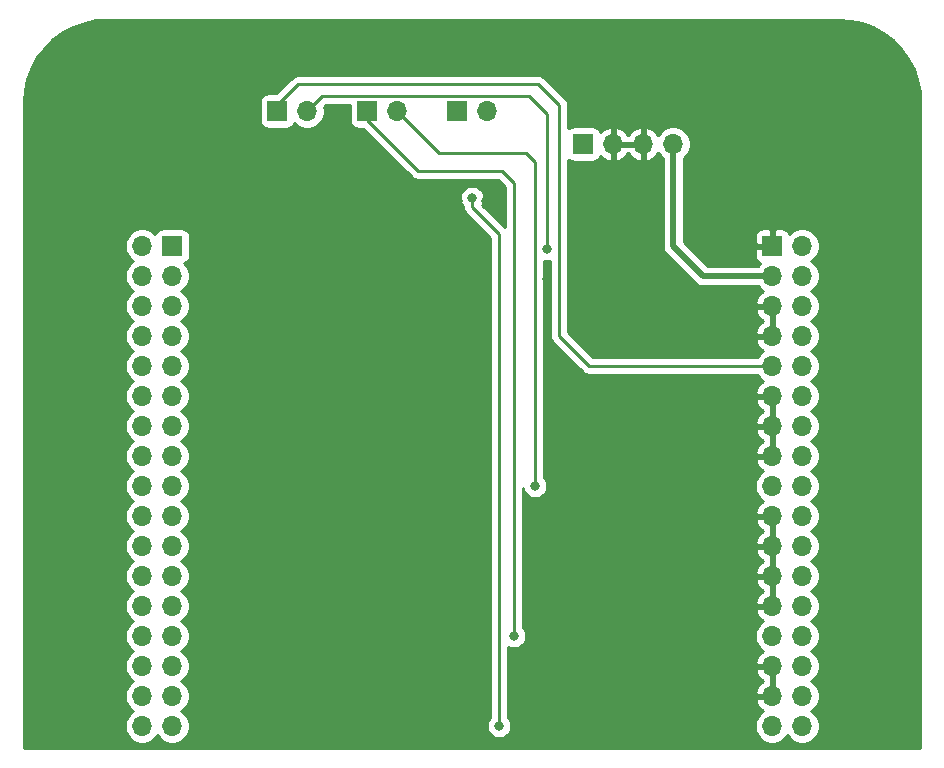
<source format=gbr>
%TF.GenerationSoftware,KiCad,Pcbnew,(5.1.9)-1*%
%TF.CreationDate,2021-04-28T20:19:28+10:00*%
%TF.ProjectId,Gotek-PS2,476f7465-6b2d-4505-9332-2e6b69636164,rev?*%
%TF.SameCoordinates,Original*%
%TF.FileFunction,Copper,L2,Bot*%
%TF.FilePolarity,Positive*%
%FSLAX46Y46*%
G04 Gerber Fmt 4.6, Leading zero omitted, Abs format (unit mm)*
G04 Created by KiCad (PCBNEW (5.1.9)-1) date 2021-04-28 20:19:28*
%MOMM*%
%LPD*%
G01*
G04 APERTURE LIST*
%TA.AperFunction,ComponentPad*%
%ADD10O,1.700000X1.700000*%
%TD*%
%TA.AperFunction,ComponentPad*%
%ADD11R,1.700000X1.700000*%
%TD*%
%TA.AperFunction,ViaPad*%
%ADD12C,0.800000*%
%TD*%
%TA.AperFunction,ViaPad*%
%ADD13C,1.000000*%
%TD*%
%TA.AperFunction,Conductor*%
%ADD14C,0.250000*%
%TD*%
%TA.AperFunction,Conductor*%
%ADD15C,0.500000*%
%TD*%
%TA.AperFunction,Conductor*%
%ADD16C,0.254000*%
%TD*%
%TA.AperFunction,Conductor*%
%ADD17C,0.100000*%
%TD*%
G04 APERTURE END LIST*
D10*
%TO.P,J6,4*%
%TO.N,+5V*%
X131318000Y-61214000D03*
%TO.P,J6,3*%
%TO.N,GND*%
X128778000Y-61214000D03*
%TO.P,J6,2*%
X126238000Y-61214000D03*
D11*
%TO.P,J6,1*%
%TO.N,+12V*%
X123698000Y-61214000D03*
%TD*%
D10*
%TO.P,J5,34*%
%TO.N,Net-(J5-Pad34)*%
X86360000Y-110490000D03*
%TO.P,J5,33*%
%TO.N,Net-(J5-Pad33)*%
X88900000Y-110490000D03*
%TO.P,J5,32*%
%TO.N,Net-(J5-Pad32)*%
X86360000Y-107950000D03*
%TO.P,J5,31*%
%TO.N,Net-(J5-Pad31)*%
X88900000Y-107950000D03*
%TO.P,J5,30*%
%TO.N,Net-(J5-Pad30)*%
X86360000Y-105410000D03*
%TO.P,J5,29*%
%TO.N,Net-(J5-Pad29)*%
X88900000Y-105410000D03*
%TO.P,J5,28*%
%TO.N,Net-(J5-Pad28)*%
X86360000Y-102870000D03*
%TO.P,J5,27*%
%TO.N,Net-(J5-Pad27)*%
X88900000Y-102870000D03*
%TO.P,J5,26*%
%TO.N,Net-(J5-Pad26)*%
X86360000Y-100330000D03*
%TO.P,J5,25*%
%TO.N,Net-(J5-Pad25)*%
X88900000Y-100330000D03*
%TO.P,J5,24*%
%TO.N,Net-(J5-Pad24)*%
X86360000Y-97790000D03*
%TO.P,J5,23*%
%TO.N,Net-(J5-Pad23)*%
X88900000Y-97790000D03*
%TO.P,J5,22*%
%TO.N,Net-(J5-Pad22)*%
X86360000Y-95250000D03*
%TO.P,J5,21*%
%TO.N,Net-(J5-Pad21)*%
X88900000Y-95250000D03*
%TO.P,J5,20*%
%TO.N,Net-(J5-Pad20)*%
X86360000Y-92710000D03*
%TO.P,J5,19*%
%TO.N,Net-(J5-Pad19)*%
X88900000Y-92710000D03*
%TO.P,J5,18*%
%TO.N,Net-(J5-Pad18)*%
X86360000Y-90170000D03*
%TO.P,J5,17*%
%TO.N,Net-(J5-Pad17)*%
X88900000Y-90170000D03*
%TO.P,J5,16*%
%TO.N,Net-(J5-Pad16)*%
X86360000Y-87630000D03*
%TO.P,J5,15*%
%TO.N,Net-(J5-Pad15)*%
X88900000Y-87630000D03*
%TO.P,J5,14*%
%TO.N,Net-(J5-Pad14)*%
X86360000Y-85090000D03*
%TO.P,J5,13*%
%TO.N,Net-(J5-Pad13)*%
X88900000Y-85090000D03*
%TO.P,J5,12*%
%TO.N,Net-(J5-Pad12)*%
X86360000Y-82550000D03*
%TO.P,J5,11*%
%TO.N,Net-(J5-Pad11)*%
X88900000Y-82550000D03*
%TO.P,J5,10*%
%TO.N,Net-(J5-Pad10)*%
X86360000Y-80010000D03*
%TO.P,J5,9*%
%TO.N,Net-(J5-Pad9)*%
X88900000Y-80010000D03*
%TO.P,J5,8*%
%TO.N,Net-(J5-Pad8)*%
X86360000Y-77470000D03*
%TO.P,J5,7*%
%TO.N,Net-(J5-Pad7)*%
X88900000Y-77470000D03*
%TO.P,J5,6*%
%TO.N,Net-(J5-Pad6)*%
X86360000Y-74930000D03*
%TO.P,J5,5*%
%TO.N,Net-(J5-Pad5)*%
X88900000Y-74930000D03*
%TO.P,J5,4*%
%TO.N,Net-(J5-Pad4)*%
X86360000Y-72390000D03*
%TO.P,J5,3*%
%TO.N,Net-(J5-Pad3)*%
X88900000Y-72390000D03*
%TO.P,J5,2*%
%TO.N,Net-(J5-Pad2)*%
X86360000Y-69850000D03*
D11*
%TO.P,J5,1*%
%TO.N,Net-(J5-Pad1)*%
X88900000Y-69850000D03*
%TD*%
D10*
%TO.P,J4,34*%
%TO.N,/DiskChg*%
X142240000Y-110490000D03*
%TO.P,J4,33*%
%TO.N,Net-(J3-Pad1)*%
X139700000Y-110490000D03*
%TO.P,J4,32*%
%TO.N,/Side1*%
X142240000Y-107950000D03*
%TO.P,J4,31*%
%TO.N,GND*%
X139700000Y-107950000D03*
%TO.P,J4,30*%
%TO.N,/RData*%
X142240000Y-105410000D03*
%TO.P,J4,29*%
%TO.N,GND*%
X139700000Y-105410000D03*
%TO.P,J4,28*%
%TO.N,/WPT*%
X142240000Y-102870000D03*
%TO.P,J4,27*%
%TO.N,Net-(J2-Pad1)*%
X139700000Y-102870000D03*
%TO.P,J4,26*%
%TO.N,/Track0*%
X142240000Y-100330000D03*
%TO.P,J4,25*%
%TO.N,GND*%
X139700000Y-100330000D03*
%TO.P,J4,24*%
%TO.N,/WEn*%
X142240000Y-97790000D03*
%TO.P,J4,23*%
%TO.N,GND*%
X139700000Y-97790000D03*
%TO.P,J4,22*%
%TO.N,/WData*%
X142240000Y-95250000D03*
%TO.P,J4,21*%
%TO.N,GND*%
X139700000Y-95250000D03*
%TO.P,J4,20*%
%TO.N,/Step*%
X142240000Y-92710000D03*
%TO.P,J4,19*%
%TO.N,GND*%
X139700000Y-92710000D03*
%TO.P,J4,18*%
%TO.N,/Direction*%
X142240000Y-90170000D03*
%TO.P,J4,17*%
%TO.N,Net-(J2-Pad2)*%
X139700000Y-90170000D03*
%TO.P,J4,16*%
%TO.N,/MotorB*%
X142240000Y-87630000D03*
%TO.P,J4,15*%
%TO.N,GND*%
X139700000Y-87630000D03*
%TO.P,J4,14*%
%TO.N,Net-(J4-Pad14)*%
X142240000Y-85090000D03*
%TO.P,J4,13*%
%TO.N,GND*%
X139700000Y-85090000D03*
%TO.P,J4,12*%
%TO.N,/SelB*%
X142240000Y-82550000D03*
%TO.P,J4,11*%
%TO.N,GND*%
X139700000Y-82550000D03*
%TO.P,J4,10*%
%TO.N,Net-(J4-Pad10)*%
X142240000Y-80010000D03*
%TO.P,J4,9*%
%TO.N,Net-(J1-Pad1)*%
X139700000Y-80010000D03*
%TO.P,J4,8*%
%TO.N,/Index*%
X142240000Y-77470000D03*
%TO.P,J4,7*%
%TO.N,GND*%
X139700000Y-77470000D03*
%TO.P,J4,6*%
%TO.N,+12V*%
X142240000Y-74930000D03*
%TO.P,J4,5*%
%TO.N,GND*%
X139700000Y-74930000D03*
%TO.P,J4,4*%
%TO.N,Net-(J1-Pad2)*%
X142240000Y-72390000D03*
%TO.P,J4,3*%
%TO.N,+5V*%
X139700000Y-72390000D03*
%TO.P,J4,2*%
%TO.N,/Density*%
X142240000Y-69850000D03*
D11*
%TO.P,J4,1*%
%TO.N,GND*%
X139700000Y-69850000D03*
%TD*%
D10*
%TO.P,J3,2*%
%TO.N,/Density*%
X115570000Y-58420000D03*
D11*
%TO.P,J3,1*%
%TO.N,Net-(J3-Pad1)*%
X113030000Y-58420000D03*
%TD*%
D10*
%TO.P,J2,2*%
%TO.N,Net-(J2-Pad2)*%
X107950000Y-58420000D03*
D11*
%TO.P,J2,1*%
%TO.N,Net-(J2-Pad1)*%
X105410000Y-58420000D03*
%TD*%
D10*
%TO.P,J1,2*%
%TO.N,Net-(J1-Pad2)*%
X100330000Y-58420000D03*
D11*
%TO.P,J1,1*%
%TO.N,Net-(J1-Pad1)*%
X97790000Y-58420000D03*
%TD*%
D12*
%TO.N,Net-(J1-Pad2)*%
X120650000Y-70104000D03*
%TO.N,Net-(J2-Pad2)*%
X119634000Y-90170000D03*
%TO.N,Net-(J2-Pad1)*%
X117856000Y-102870000D03*
%TO.N,Net-(J3-Pad1)*%
X114300000Y-65786000D03*
X116586000Y-110490000D03*
D13*
%TO.N,GND*%
X97790000Y-66040000D03*
X100330000Y-66040000D03*
X105410000Y-66040000D03*
X107950000Y-66040000D03*
X113030000Y-66040000D03*
X115570000Y-66040000D03*
D12*
X115316000Y-72644000D03*
X122936000Y-72644000D03*
X120650000Y-72644000D03*
D13*
X114046000Y-110490000D03*
X108966000Y-107950000D03*
X108966000Y-102870000D03*
X114046000Y-105410000D03*
X114046000Y-100330000D03*
X108966000Y-97790000D03*
X114046000Y-95250000D03*
X108966000Y-92710000D03*
X114046000Y-90170000D03*
X108966000Y-87630000D03*
X114046000Y-85090000D03*
X108966000Y-82550000D03*
X114046000Y-80010000D03*
X108966000Y-77470000D03*
X114046000Y-74930000D03*
X108966000Y-72390000D03*
X114046000Y-69850000D03*
%TD*%
D14*
%TO.N,Net-(J1-Pad2)*%
X100330000Y-58420000D02*
X101600000Y-57150000D01*
X101600000Y-57150000D02*
X119126000Y-57150000D01*
X119126000Y-57150000D02*
X120650000Y-58674000D01*
X120650000Y-58674000D02*
X120650000Y-70104000D01*
%TO.N,Net-(J1-Pad1)*%
X124206000Y-80010000D02*
X139700000Y-80010000D01*
X121666000Y-77470000D02*
X124206000Y-80010000D01*
X121666000Y-57912000D02*
X121666000Y-77470000D01*
X119888000Y-56134000D02*
X121666000Y-57912000D01*
X99568000Y-56134000D02*
X119888000Y-56134000D01*
X97790000Y-57912000D02*
X99568000Y-56134000D01*
X97790000Y-58420000D02*
X97790000Y-57912000D01*
%TO.N,Net-(J2-Pad2)*%
X107950000Y-58420000D02*
X111506000Y-61976000D01*
X111506000Y-61976000D02*
X118872000Y-61976000D01*
X118872000Y-61976000D02*
X119634000Y-62738000D01*
X119634000Y-62738000D02*
X119634000Y-87122000D01*
X119634000Y-87122000D02*
X119634000Y-90170000D01*
%TO.N,Net-(J2-Pad1)*%
X109728000Y-63500000D02*
X116840000Y-63500000D01*
X105410000Y-59182000D02*
X109728000Y-63500000D01*
X116840000Y-63500000D02*
X117856000Y-64516000D01*
X105410000Y-58420000D02*
X105410000Y-59182000D01*
X117856000Y-100838000D02*
X117856000Y-102870000D01*
X117856000Y-64516000D02*
X117856000Y-100838000D01*
X117856000Y-100838000D02*
X117856000Y-101092000D01*
%TO.N,Net-(J3-Pad1)*%
X116586000Y-68834000D02*
X116586000Y-110490000D01*
X114300000Y-66548000D02*
X116586000Y-68834000D01*
X114300000Y-65786000D02*
X114300000Y-66548000D01*
D15*
%TO.N,+5V*%
X131318000Y-61214000D02*
X131318000Y-69850000D01*
X133858000Y-72390000D02*
X139700000Y-72390000D01*
X131318000Y-69850000D02*
X133858000Y-72390000D01*
%TD*%
D16*
%TO.N,GND*%
X146292470Y-50772617D02*
X147275898Y-50989739D01*
X148217675Y-51346546D01*
X149098095Y-51835575D01*
X149898687Y-52446569D01*
X150602694Y-53166732D01*
X151195370Y-53980987D01*
X151664296Y-54872269D01*
X151999647Y-55821900D01*
X152195127Y-56813692D01*
X152248001Y-57678181D01*
X152248000Y-112370000D01*
X76352000Y-112370000D01*
X76352000Y-69703740D01*
X84875000Y-69703740D01*
X84875000Y-69996260D01*
X84932068Y-70283158D01*
X85044010Y-70553411D01*
X85206525Y-70796632D01*
X85413368Y-71003475D01*
X85587760Y-71120000D01*
X85413368Y-71236525D01*
X85206525Y-71443368D01*
X85044010Y-71686589D01*
X84932068Y-71956842D01*
X84875000Y-72243740D01*
X84875000Y-72536260D01*
X84932068Y-72823158D01*
X85044010Y-73093411D01*
X85206525Y-73336632D01*
X85413368Y-73543475D01*
X85587760Y-73660000D01*
X85413368Y-73776525D01*
X85206525Y-73983368D01*
X85044010Y-74226589D01*
X84932068Y-74496842D01*
X84875000Y-74783740D01*
X84875000Y-75076260D01*
X84932068Y-75363158D01*
X85044010Y-75633411D01*
X85206525Y-75876632D01*
X85413368Y-76083475D01*
X85587760Y-76200000D01*
X85413368Y-76316525D01*
X85206525Y-76523368D01*
X85044010Y-76766589D01*
X84932068Y-77036842D01*
X84875000Y-77323740D01*
X84875000Y-77616260D01*
X84932068Y-77903158D01*
X85044010Y-78173411D01*
X85206525Y-78416632D01*
X85413368Y-78623475D01*
X85587760Y-78740000D01*
X85413368Y-78856525D01*
X85206525Y-79063368D01*
X85044010Y-79306589D01*
X84932068Y-79576842D01*
X84875000Y-79863740D01*
X84875000Y-80156260D01*
X84932068Y-80443158D01*
X85044010Y-80713411D01*
X85206525Y-80956632D01*
X85413368Y-81163475D01*
X85587760Y-81280000D01*
X85413368Y-81396525D01*
X85206525Y-81603368D01*
X85044010Y-81846589D01*
X84932068Y-82116842D01*
X84875000Y-82403740D01*
X84875000Y-82696260D01*
X84932068Y-82983158D01*
X85044010Y-83253411D01*
X85206525Y-83496632D01*
X85413368Y-83703475D01*
X85587760Y-83820000D01*
X85413368Y-83936525D01*
X85206525Y-84143368D01*
X85044010Y-84386589D01*
X84932068Y-84656842D01*
X84875000Y-84943740D01*
X84875000Y-85236260D01*
X84932068Y-85523158D01*
X85044010Y-85793411D01*
X85206525Y-86036632D01*
X85413368Y-86243475D01*
X85587760Y-86360000D01*
X85413368Y-86476525D01*
X85206525Y-86683368D01*
X85044010Y-86926589D01*
X84932068Y-87196842D01*
X84875000Y-87483740D01*
X84875000Y-87776260D01*
X84932068Y-88063158D01*
X85044010Y-88333411D01*
X85206525Y-88576632D01*
X85413368Y-88783475D01*
X85587760Y-88900000D01*
X85413368Y-89016525D01*
X85206525Y-89223368D01*
X85044010Y-89466589D01*
X84932068Y-89736842D01*
X84875000Y-90023740D01*
X84875000Y-90316260D01*
X84932068Y-90603158D01*
X85044010Y-90873411D01*
X85206525Y-91116632D01*
X85413368Y-91323475D01*
X85587760Y-91440000D01*
X85413368Y-91556525D01*
X85206525Y-91763368D01*
X85044010Y-92006589D01*
X84932068Y-92276842D01*
X84875000Y-92563740D01*
X84875000Y-92856260D01*
X84932068Y-93143158D01*
X85044010Y-93413411D01*
X85206525Y-93656632D01*
X85413368Y-93863475D01*
X85587760Y-93980000D01*
X85413368Y-94096525D01*
X85206525Y-94303368D01*
X85044010Y-94546589D01*
X84932068Y-94816842D01*
X84875000Y-95103740D01*
X84875000Y-95396260D01*
X84932068Y-95683158D01*
X85044010Y-95953411D01*
X85206525Y-96196632D01*
X85413368Y-96403475D01*
X85587760Y-96520000D01*
X85413368Y-96636525D01*
X85206525Y-96843368D01*
X85044010Y-97086589D01*
X84932068Y-97356842D01*
X84875000Y-97643740D01*
X84875000Y-97936260D01*
X84932068Y-98223158D01*
X85044010Y-98493411D01*
X85206525Y-98736632D01*
X85413368Y-98943475D01*
X85587760Y-99060000D01*
X85413368Y-99176525D01*
X85206525Y-99383368D01*
X85044010Y-99626589D01*
X84932068Y-99896842D01*
X84875000Y-100183740D01*
X84875000Y-100476260D01*
X84932068Y-100763158D01*
X85044010Y-101033411D01*
X85206525Y-101276632D01*
X85413368Y-101483475D01*
X85587760Y-101600000D01*
X85413368Y-101716525D01*
X85206525Y-101923368D01*
X85044010Y-102166589D01*
X84932068Y-102436842D01*
X84875000Y-102723740D01*
X84875000Y-103016260D01*
X84932068Y-103303158D01*
X85044010Y-103573411D01*
X85206525Y-103816632D01*
X85413368Y-104023475D01*
X85587760Y-104140000D01*
X85413368Y-104256525D01*
X85206525Y-104463368D01*
X85044010Y-104706589D01*
X84932068Y-104976842D01*
X84875000Y-105263740D01*
X84875000Y-105556260D01*
X84932068Y-105843158D01*
X85044010Y-106113411D01*
X85206525Y-106356632D01*
X85413368Y-106563475D01*
X85587760Y-106680000D01*
X85413368Y-106796525D01*
X85206525Y-107003368D01*
X85044010Y-107246589D01*
X84932068Y-107516842D01*
X84875000Y-107803740D01*
X84875000Y-108096260D01*
X84932068Y-108383158D01*
X85044010Y-108653411D01*
X85206525Y-108896632D01*
X85413368Y-109103475D01*
X85587760Y-109220000D01*
X85413368Y-109336525D01*
X85206525Y-109543368D01*
X85044010Y-109786589D01*
X84932068Y-110056842D01*
X84875000Y-110343740D01*
X84875000Y-110636260D01*
X84932068Y-110923158D01*
X85044010Y-111193411D01*
X85206525Y-111436632D01*
X85413368Y-111643475D01*
X85656589Y-111805990D01*
X85926842Y-111917932D01*
X86213740Y-111975000D01*
X86506260Y-111975000D01*
X86793158Y-111917932D01*
X87063411Y-111805990D01*
X87306632Y-111643475D01*
X87513475Y-111436632D01*
X87630000Y-111262240D01*
X87746525Y-111436632D01*
X87953368Y-111643475D01*
X88196589Y-111805990D01*
X88466842Y-111917932D01*
X88753740Y-111975000D01*
X89046260Y-111975000D01*
X89333158Y-111917932D01*
X89603411Y-111805990D01*
X89846632Y-111643475D01*
X90053475Y-111436632D01*
X90215990Y-111193411D01*
X90327932Y-110923158D01*
X90385000Y-110636260D01*
X90385000Y-110343740D01*
X90327932Y-110056842D01*
X90215990Y-109786589D01*
X90053475Y-109543368D01*
X89846632Y-109336525D01*
X89672240Y-109220000D01*
X89846632Y-109103475D01*
X90053475Y-108896632D01*
X90215990Y-108653411D01*
X90327932Y-108383158D01*
X90385000Y-108096260D01*
X90385000Y-107803740D01*
X90327932Y-107516842D01*
X90215990Y-107246589D01*
X90053475Y-107003368D01*
X89846632Y-106796525D01*
X89672240Y-106680000D01*
X89846632Y-106563475D01*
X90053475Y-106356632D01*
X90215990Y-106113411D01*
X90327932Y-105843158D01*
X90385000Y-105556260D01*
X90385000Y-105263740D01*
X90327932Y-104976842D01*
X90215990Y-104706589D01*
X90053475Y-104463368D01*
X89846632Y-104256525D01*
X89672240Y-104140000D01*
X89846632Y-104023475D01*
X90053475Y-103816632D01*
X90215990Y-103573411D01*
X90327932Y-103303158D01*
X90385000Y-103016260D01*
X90385000Y-102723740D01*
X90327932Y-102436842D01*
X90215990Y-102166589D01*
X90053475Y-101923368D01*
X89846632Y-101716525D01*
X89672240Y-101600000D01*
X89846632Y-101483475D01*
X90053475Y-101276632D01*
X90215990Y-101033411D01*
X90327932Y-100763158D01*
X90385000Y-100476260D01*
X90385000Y-100183740D01*
X90327932Y-99896842D01*
X90215990Y-99626589D01*
X90053475Y-99383368D01*
X89846632Y-99176525D01*
X89672240Y-99060000D01*
X89846632Y-98943475D01*
X90053475Y-98736632D01*
X90215990Y-98493411D01*
X90327932Y-98223158D01*
X90385000Y-97936260D01*
X90385000Y-97643740D01*
X90327932Y-97356842D01*
X90215990Y-97086589D01*
X90053475Y-96843368D01*
X89846632Y-96636525D01*
X89672240Y-96520000D01*
X89846632Y-96403475D01*
X90053475Y-96196632D01*
X90215990Y-95953411D01*
X90327932Y-95683158D01*
X90385000Y-95396260D01*
X90385000Y-95103740D01*
X90327932Y-94816842D01*
X90215990Y-94546589D01*
X90053475Y-94303368D01*
X89846632Y-94096525D01*
X89672240Y-93980000D01*
X89846632Y-93863475D01*
X90053475Y-93656632D01*
X90215990Y-93413411D01*
X90327932Y-93143158D01*
X90385000Y-92856260D01*
X90385000Y-92563740D01*
X90327932Y-92276842D01*
X90215990Y-92006589D01*
X90053475Y-91763368D01*
X89846632Y-91556525D01*
X89672240Y-91440000D01*
X89846632Y-91323475D01*
X90053475Y-91116632D01*
X90215990Y-90873411D01*
X90327932Y-90603158D01*
X90385000Y-90316260D01*
X90385000Y-90023740D01*
X90327932Y-89736842D01*
X90215990Y-89466589D01*
X90053475Y-89223368D01*
X89846632Y-89016525D01*
X89672240Y-88900000D01*
X89846632Y-88783475D01*
X90053475Y-88576632D01*
X90215990Y-88333411D01*
X90327932Y-88063158D01*
X90385000Y-87776260D01*
X90385000Y-87483740D01*
X90327932Y-87196842D01*
X90215990Y-86926589D01*
X90053475Y-86683368D01*
X89846632Y-86476525D01*
X89672240Y-86360000D01*
X89846632Y-86243475D01*
X90053475Y-86036632D01*
X90215990Y-85793411D01*
X90327932Y-85523158D01*
X90385000Y-85236260D01*
X90385000Y-84943740D01*
X90327932Y-84656842D01*
X90215990Y-84386589D01*
X90053475Y-84143368D01*
X89846632Y-83936525D01*
X89672240Y-83820000D01*
X89846632Y-83703475D01*
X90053475Y-83496632D01*
X90215990Y-83253411D01*
X90327932Y-82983158D01*
X90385000Y-82696260D01*
X90385000Y-82403740D01*
X90327932Y-82116842D01*
X90215990Y-81846589D01*
X90053475Y-81603368D01*
X89846632Y-81396525D01*
X89672240Y-81280000D01*
X89846632Y-81163475D01*
X90053475Y-80956632D01*
X90215990Y-80713411D01*
X90327932Y-80443158D01*
X90385000Y-80156260D01*
X90385000Y-79863740D01*
X90327932Y-79576842D01*
X90215990Y-79306589D01*
X90053475Y-79063368D01*
X89846632Y-78856525D01*
X89672240Y-78740000D01*
X89846632Y-78623475D01*
X90053475Y-78416632D01*
X90215990Y-78173411D01*
X90327932Y-77903158D01*
X90385000Y-77616260D01*
X90385000Y-77323740D01*
X90327932Y-77036842D01*
X90215990Y-76766589D01*
X90053475Y-76523368D01*
X89846632Y-76316525D01*
X89672240Y-76200000D01*
X89846632Y-76083475D01*
X90053475Y-75876632D01*
X90215990Y-75633411D01*
X90327932Y-75363158D01*
X90385000Y-75076260D01*
X90385000Y-74783740D01*
X90327932Y-74496842D01*
X90215990Y-74226589D01*
X90053475Y-73983368D01*
X89846632Y-73776525D01*
X89672240Y-73660000D01*
X89846632Y-73543475D01*
X90053475Y-73336632D01*
X90215990Y-73093411D01*
X90327932Y-72823158D01*
X90385000Y-72536260D01*
X90385000Y-72243740D01*
X90327932Y-71956842D01*
X90215990Y-71686589D01*
X90053475Y-71443368D01*
X89921620Y-71311513D01*
X89994180Y-71289502D01*
X90104494Y-71230537D01*
X90201185Y-71151185D01*
X90280537Y-71054494D01*
X90339502Y-70944180D01*
X90375812Y-70824482D01*
X90388072Y-70700000D01*
X90388072Y-69000000D01*
X90375812Y-68875518D01*
X90339502Y-68755820D01*
X90280537Y-68645506D01*
X90201185Y-68548815D01*
X90104494Y-68469463D01*
X89994180Y-68410498D01*
X89874482Y-68374188D01*
X89750000Y-68361928D01*
X88050000Y-68361928D01*
X87925518Y-68374188D01*
X87805820Y-68410498D01*
X87695506Y-68469463D01*
X87598815Y-68548815D01*
X87519463Y-68645506D01*
X87460498Y-68755820D01*
X87438487Y-68828380D01*
X87306632Y-68696525D01*
X87063411Y-68534010D01*
X86793158Y-68422068D01*
X86506260Y-68365000D01*
X86213740Y-68365000D01*
X85926842Y-68422068D01*
X85656589Y-68534010D01*
X85413368Y-68696525D01*
X85206525Y-68903368D01*
X85044010Y-69146589D01*
X84932068Y-69416842D01*
X84875000Y-69703740D01*
X76352000Y-69703740D01*
X76352000Y-57681920D01*
X76360120Y-57570000D01*
X96301928Y-57570000D01*
X96301928Y-59270000D01*
X96314188Y-59394482D01*
X96350498Y-59514180D01*
X96409463Y-59624494D01*
X96488815Y-59721185D01*
X96585506Y-59800537D01*
X96695820Y-59859502D01*
X96815518Y-59895812D01*
X96940000Y-59908072D01*
X98640000Y-59908072D01*
X98764482Y-59895812D01*
X98884180Y-59859502D01*
X98994494Y-59800537D01*
X99091185Y-59721185D01*
X99170537Y-59624494D01*
X99229502Y-59514180D01*
X99251513Y-59441620D01*
X99383368Y-59573475D01*
X99626589Y-59735990D01*
X99896842Y-59847932D01*
X100183740Y-59905000D01*
X100476260Y-59905000D01*
X100763158Y-59847932D01*
X101033411Y-59735990D01*
X101276632Y-59573475D01*
X101483475Y-59366632D01*
X101645990Y-59123411D01*
X101757932Y-58853158D01*
X101815000Y-58566260D01*
X101815000Y-58273740D01*
X101771210Y-58053592D01*
X101914802Y-57910000D01*
X103921928Y-57910000D01*
X103921928Y-59270000D01*
X103934188Y-59394482D01*
X103970498Y-59514180D01*
X104029463Y-59624494D01*
X104108815Y-59721185D01*
X104205506Y-59800537D01*
X104315820Y-59859502D01*
X104435518Y-59895812D01*
X104560000Y-59908072D01*
X105061271Y-59908072D01*
X109164200Y-64011002D01*
X109187999Y-64040001D01*
X109303724Y-64134974D01*
X109435753Y-64205546D01*
X109579014Y-64249003D01*
X109690667Y-64260000D01*
X109690676Y-64260000D01*
X109727999Y-64263676D01*
X109765322Y-64260000D01*
X116525199Y-64260000D01*
X117096000Y-64830802D01*
X117096000Y-68269198D01*
X115171484Y-66344683D01*
X115217205Y-66276256D01*
X115295226Y-66087898D01*
X115335000Y-65887939D01*
X115335000Y-65684061D01*
X115295226Y-65484102D01*
X115217205Y-65295744D01*
X115103937Y-65126226D01*
X114959774Y-64982063D01*
X114790256Y-64868795D01*
X114601898Y-64790774D01*
X114401939Y-64751000D01*
X114198061Y-64751000D01*
X113998102Y-64790774D01*
X113809744Y-64868795D01*
X113640226Y-64982063D01*
X113496063Y-65126226D01*
X113382795Y-65295744D01*
X113304774Y-65484102D01*
X113265000Y-65684061D01*
X113265000Y-65887939D01*
X113304774Y-66087898D01*
X113382795Y-66276256D01*
X113496063Y-66445774D01*
X113540000Y-66489711D01*
X113540000Y-66510678D01*
X113536324Y-66548000D01*
X113540000Y-66585322D01*
X113540000Y-66585333D01*
X113550997Y-66696986D01*
X113576551Y-66781226D01*
X113594454Y-66840246D01*
X113665026Y-66972276D01*
X113736201Y-67059002D01*
X113760000Y-67088001D01*
X113788998Y-67111799D01*
X115826000Y-69148802D01*
X115826001Y-109786288D01*
X115782063Y-109830226D01*
X115668795Y-109999744D01*
X115590774Y-110188102D01*
X115551000Y-110388061D01*
X115551000Y-110591939D01*
X115590774Y-110791898D01*
X115668795Y-110980256D01*
X115782063Y-111149774D01*
X115926226Y-111293937D01*
X116095744Y-111407205D01*
X116284102Y-111485226D01*
X116484061Y-111525000D01*
X116687939Y-111525000D01*
X116887898Y-111485226D01*
X117076256Y-111407205D01*
X117245774Y-111293937D01*
X117389937Y-111149774D01*
X117503205Y-110980256D01*
X117581226Y-110791898D01*
X117621000Y-110591939D01*
X117621000Y-110388061D01*
X117581226Y-110188102D01*
X117503205Y-109999744D01*
X117389937Y-109830226D01*
X117346000Y-109786289D01*
X117346000Y-105766890D01*
X138258524Y-105766890D01*
X138303175Y-105914099D01*
X138428359Y-106176920D01*
X138602412Y-106410269D01*
X138818645Y-106605178D01*
X138944255Y-106680000D01*
X138818645Y-106754822D01*
X138602412Y-106949731D01*
X138428359Y-107183080D01*
X138303175Y-107445901D01*
X138258524Y-107593110D01*
X138379845Y-107823000D01*
X139573000Y-107823000D01*
X139573000Y-105537000D01*
X138379845Y-105537000D01*
X138258524Y-105766890D01*
X117346000Y-105766890D01*
X117346000Y-103774013D01*
X117365744Y-103787205D01*
X117554102Y-103865226D01*
X117754061Y-103905000D01*
X117957939Y-103905000D01*
X118157898Y-103865226D01*
X118346256Y-103787205D01*
X118515774Y-103673937D01*
X118659937Y-103529774D01*
X118773205Y-103360256D01*
X118851226Y-103171898D01*
X118891000Y-102971939D01*
X118891000Y-102768061D01*
X118851226Y-102568102D01*
X118773205Y-102379744D01*
X118659937Y-102210226D01*
X118616000Y-102166289D01*
X118616000Y-98146890D01*
X138258524Y-98146890D01*
X138303175Y-98294099D01*
X138428359Y-98556920D01*
X138602412Y-98790269D01*
X138818645Y-98985178D01*
X138944255Y-99060000D01*
X138818645Y-99134822D01*
X138602412Y-99329731D01*
X138428359Y-99563080D01*
X138303175Y-99825901D01*
X138258524Y-99973110D01*
X138379845Y-100203000D01*
X139573000Y-100203000D01*
X139573000Y-97917000D01*
X138379845Y-97917000D01*
X138258524Y-98146890D01*
X118616000Y-98146890D01*
X118616000Y-95606890D01*
X138258524Y-95606890D01*
X138303175Y-95754099D01*
X138428359Y-96016920D01*
X138602412Y-96250269D01*
X138818645Y-96445178D01*
X138944255Y-96520000D01*
X138818645Y-96594822D01*
X138602412Y-96789731D01*
X138428359Y-97023080D01*
X138303175Y-97285901D01*
X138258524Y-97433110D01*
X138379845Y-97663000D01*
X139573000Y-97663000D01*
X139573000Y-95377000D01*
X138379845Y-95377000D01*
X138258524Y-95606890D01*
X118616000Y-95606890D01*
X118616000Y-93066890D01*
X138258524Y-93066890D01*
X138303175Y-93214099D01*
X138428359Y-93476920D01*
X138602412Y-93710269D01*
X138818645Y-93905178D01*
X138944255Y-93980000D01*
X138818645Y-94054822D01*
X138602412Y-94249731D01*
X138428359Y-94483080D01*
X138303175Y-94745901D01*
X138258524Y-94893110D01*
X138379845Y-95123000D01*
X139573000Y-95123000D01*
X139573000Y-92837000D01*
X138379845Y-92837000D01*
X138258524Y-93066890D01*
X118616000Y-93066890D01*
X118616000Y-90357404D01*
X118638774Y-90471898D01*
X118716795Y-90660256D01*
X118830063Y-90829774D01*
X118974226Y-90973937D01*
X119143744Y-91087205D01*
X119332102Y-91165226D01*
X119532061Y-91205000D01*
X119735939Y-91205000D01*
X119935898Y-91165226D01*
X120124256Y-91087205D01*
X120293774Y-90973937D01*
X120437937Y-90829774D01*
X120551205Y-90660256D01*
X120629226Y-90471898D01*
X120669000Y-90271939D01*
X120669000Y-90068061D01*
X120629226Y-89868102D01*
X120551205Y-89679744D01*
X120437937Y-89510226D01*
X120394000Y-89466289D01*
X120394000Y-85446890D01*
X138258524Y-85446890D01*
X138303175Y-85594099D01*
X138428359Y-85856920D01*
X138602412Y-86090269D01*
X138818645Y-86285178D01*
X138944255Y-86360000D01*
X138818645Y-86434822D01*
X138602412Y-86629731D01*
X138428359Y-86863080D01*
X138303175Y-87125901D01*
X138258524Y-87273110D01*
X138379845Y-87503000D01*
X139573000Y-87503000D01*
X139573000Y-85217000D01*
X138379845Y-85217000D01*
X138258524Y-85446890D01*
X120394000Y-85446890D01*
X120394000Y-82906890D01*
X138258524Y-82906890D01*
X138303175Y-83054099D01*
X138428359Y-83316920D01*
X138602412Y-83550269D01*
X138818645Y-83745178D01*
X138944255Y-83820000D01*
X138818645Y-83894822D01*
X138602412Y-84089731D01*
X138428359Y-84323080D01*
X138303175Y-84585901D01*
X138258524Y-84733110D01*
X138379845Y-84963000D01*
X139573000Y-84963000D01*
X139573000Y-82677000D01*
X138379845Y-82677000D01*
X138258524Y-82906890D01*
X120394000Y-82906890D01*
X120394000Y-71108356D01*
X120548061Y-71139000D01*
X120751939Y-71139000D01*
X120906001Y-71108355D01*
X120906001Y-77432667D01*
X120902324Y-77470000D01*
X120916998Y-77618985D01*
X120960454Y-77762246D01*
X121031026Y-77894276D01*
X121096536Y-77974099D01*
X121126000Y-78010001D01*
X121154998Y-78033799D01*
X123642205Y-80521008D01*
X123665999Y-80550001D01*
X123694992Y-80573795D01*
X123694996Y-80573799D01*
X123765685Y-80631811D01*
X123781724Y-80644974D01*
X123913753Y-80715546D01*
X124057014Y-80759003D01*
X124168667Y-80770000D01*
X124168676Y-80770000D01*
X124205999Y-80773676D01*
X124243322Y-80770000D01*
X138421822Y-80770000D01*
X138546525Y-80956632D01*
X138753368Y-81163475D01*
X138935534Y-81285195D01*
X138818645Y-81354822D01*
X138602412Y-81549731D01*
X138428359Y-81783080D01*
X138303175Y-82045901D01*
X138258524Y-82193110D01*
X138379845Y-82423000D01*
X139573000Y-82423000D01*
X139573000Y-82403000D01*
X139827000Y-82403000D01*
X139827000Y-82423000D01*
X139847000Y-82423000D01*
X139847000Y-82677000D01*
X139827000Y-82677000D01*
X139827000Y-84963000D01*
X139847000Y-84963000D01*
X139847000Y-85217000D01*
X139827000Y-85217000D01*
X139827000Y-87503000D01*
X139847000Y-87503000D01*
X139847000Y-87757000D01*
X139827000Y-87757000D01*
X139827000Y-87777000D01*
X139573000Y-87777000D01*
X139573000Y-87757000D01*
X138379845Y-87757000D01*
X138258524Y-87986890D01*
X138303175Y-88134099D01*
X138428359Y-88396920D01*
X138602412Y-88630269D01*
X138818645Y-88825178D01*
X138935534Y-88894805D01*
X138753368Y-89016525D01*
X138546525Y-89223368D01*
X138384010Y-89466589D01*
X138272068Y-89736842D01*
X138215000Y-90023740D01*
X138215000Y-90316260D01*
X138272068Y-90603158D01*
X138384010Y-90873411D01*
X138546525Y-91116632D01*
X138753368Y-91323475D01*
X138935534Y-91445195D01*
X138818645Y-91514822D01*
X138602412Y-91709731D01*
X138428359Y-91943080D01*
X138303175Y-92205901D01*
X138258524Y-92353110D01*
X138379845Y-92583000D01*
X139573000Y-92583000D01*
X139573000Y-92563000D01*
X139827000Y-92563000D01*
X139827000Y-92583000D01*
X139847000Y-92583000D01*
X139847000Y-92837000D01*
X139827000Y-92837000D01*
X139827000Y-95123000D01*
X139847000Y-95123000D01*
X139847000Y-95377000D01*
X139827000Y-95377000D01*
X139827000Y-97663000D01*
X139847000Y-97663000D01*
X139847000Y-97917000D01*
X139827000Y-97917000D01*
X139827000Y-100203000D01*
X139847000Y-100203000D01*
X139847000Y-100457000D01*
X139827000Y-100457000D01*
X139827000Y-100477000D01*
X139573000Y-100477000D01*
X139573000Y-100457000D01*
X138379845Y-100457000D01*
X138258524Y-100686890D01*
X138303175Y-100834099D01*
X138428359Y-101096920D01*
X138602412Y-101330269D01*
X138818645Y-101525178D01*
X138935534Y-101594805D01*
X138753368Y-101716525D01*
X138546525Y-101923368D01*
X138384010Y-102166589D01*
X138272068Y-102436842D01*
X138215000Y-102723740D01*
X138215000Y-103016260D01*
X138272068Y-103303158D01*
X138384010Y-103573411D01*
X138546525Y-103816632D01*
X138753368Y-104023475D01*
X138935534Y-104145195D01*
X138818645Y-104214822D01*
X138602412Y-104409731D01*
X138428359Y-104643080D01*
X138303175Y-104905901D01*
X138258524Y-105053110D01*
X138379845Y-105283000D01*
X139573000Y-105283000D01*
X139573000Y-105263000D01*
X139827000Y-105263000D01*
X139827000Y-105283000D01*
X139847000Y-105283000D01*
X139847000Y-105537000D01*
X139827000Y-105537000D01*
X139827000Y-107823000D01*
X139847000Y-107823000D01*
X139847000Y-108077000D01*
X139827000Y-108077000D01*
X139827000Y-108097000D01*
X139573000Y-108097000D01*
X139573000Y-108077000D01*
X138379845Y-108077000D01*
X138258524Y-108306890D01*
X138303175Y-108454099D01*
X138428359Y-108716920D01*
X138602412Y-108950269D01*
X138818645Y-109145178D01*
X138935534Y-109214805D01*
X138753368Y-109336525D01*
X138546525Y-109543368D01*
X138384010Y-109786589D01*
X138272068Y-110056842D01*
X138215000Y-110343740D01*
X138215000Y-110636260D01*
X138272068Y-110923158D01*
X138384010Y-111193411D01*
X138546525Y-111436632D01*
X138753368Y-111643475D01*
X138996589Y-111805990D01*
X139266842Y-111917932D01*
X139553740Y-111975000D01*
X139846260Y-111975000D01*
X140133158Y-111917932D01*
X140403411Y-111805990D01*
X140646632Y-111643475D01*
X140853475Y-111436632D01*
X140970000Y-111262240D01*
X141086525Y-111436632D01*
X141293368Y-111643475D01*
X141536589Y-111805990D01*
X141806842Y-111917932D01*
X142093740Y-111975000D01*
X142386260Y-111975000D01*
X142673158Y-111917932D01*
X142943411Y-111805990D01*
X143186632Y-111643475D01*
X143393475Y-111436632D01*
X143555990Y-111193411D01*
X143667932Y-110923158D01*
X143725000Y-110636260D01*
X143725000Y-110343740D01*
X143667932Y-110056842D01*
X143555990Y-109786589D01*
X143393475Y-109543368D01*
X143186632Y-109336525D01*
X143012240Y-109220000D01*
X143186632Y-109103475D01*
X143393475Y-108896632D01*
X143555990Y-108653411D01*
X143667932Y-108383158D01*
X143725000Y-108096260D01*
X143725000Y-107803740D01*
X143667932Y-107516842D01*
X143555990Y-107246589D01*
X143393475Y-107003368D01*
X143186632Y-106796525D01*
X143012240Y-106680000D01*
X143186632Y-106563475D01*
X143393475Y-106356632D01*
X143555990Y-106113411D01*
X143667932Y-105843158D01*
X143725000Y-105556260D01*
X143725000Y-105263740D01*
X143667932Y-104976842D01*
X143555990Y-104706589D01*
X143393475Y-104463368D01*
X143186632Y-104256525D01*
X143012240Y-104140000D01*
X143186632Y-104023475D01*
X143393475Y-103816632D01*
X143555990Y-103573411D01*
X143667932Y-103303158D01*
X143725000Y-103016260D01*
X143725000Y-102723740D01*
X143667932Y-102436842D01*
X143555990Y-102166589D01*
X143393475Y-101923368D01*
X143186632Y-101716525D01*
X143012240Y-101600000D01*
X143186632Y-101483475D01*
X143393475Y-101276632D01*
X143555990Y-101033411D01*
X143667932Y-100763158D01*
X143725000Y-100476260D01*
X143725000Y-100183740D01*
X143667932Y-99896842D01*
X143555990Y-99626589D01*
X143393475Y-99383368D01*
X143186632Y-99176525D01*
X143012240Y-99060000D01*
X143186632Y-98943475D01*
X143393475Y-98736632D01*
X143555990Y-98493411D01*
X143667932Y-98223158D01*
X143725000Y-97936260D01*
X143725000Y-97643740D01*
X143667932Y-97356842D01*
X143555990Y-97086589D01*
X143393475Y-96843368D01*
X143186632Y-96636525D01*
X143012240Y-96520000D01*
X143186632Y-96403475D01*
X143393475Y-96196632D01*
X143555990Y-95953411D01*
X143667932Y-95683158D01*
X143725000Y-95396260D01*
X143725000Y-95103740D01*
X143667932Y-94816842D01*
X143555990Y-94546589D01*
X143393475Y-94303368D01*
X143186632Y-94096525D01*
X143012240Y-93980000D01*
X143186632Y-93863475D01*
X143393475Y-93656632D01*
X143555990Y-93413411D01*
X143667932Y-93143158D01*
X143725000Y-92856260D01*
X143725000Y-92563740D01*
X143667932Y-92276842D01*
X143555990Y-92006589D01*
X143393475Y-91763368D01*
X143186632Y-91556525D01*
X143012240Y-91440000D01*
X143186632Y-91323475D01*
X143393475Y-91116632D01*
X143555990Y-90873411D01*
X143667932Y-90603158D01*
X143725000Y-90316260D01*
X143725000Y-90023740D01*
X143667932Y-89736842D01*
X143555990Y-89466589D01*
X143393475Y-89223368D01*
X143186632Y-89016525D01*
X143012240Y-88900000D01*
X143186632Y-88783475D01*
X143393475Y-88576632D01*
X143555990Y-88333411D01*
X143667932Y-88063158D01*
X143725000Y-87776260D01*
X143725000Y-87483740D01*
X143667932Y-87196842D01*
X143555990Y-86926589D01*
X143393475Y-86683368D01*
X143186632Y-86476525D01*
X143012240Y-86360000D01*
X143186632Y-86243475D01*
X143393475Y-86036632D01*
X143555990Y-85793411D01*
X143667932Y-85523158D01*
X143725000Y-85236260D01*
X143725000Y-84943740D01*
X143667932Y-84656842D01*
X143555990Y-84386589D01*
X143393475Y-84143368D01*
X143186632Y-83936525D01*
X143012240Y-83820000D01*
X143186632Y-83703475D01*
X143393475Y-83496632D01*
X143555990Y-83253411D01*
X143667932Y-82983158D01*
X143725000Y-82696260D01*
X143725000Y-82403740D01*
X143667932Y-82116842D01*
X143555990Y-81846589D01*
X143393475Y-81603368D01*
X143186632Y-81396525D01*
X143012240Y-81280000D01*
X143186632Y-81163475D01*
X143393475Y-80956632D01*
X143555990Y-80713411D01*
X143667932Y-80443158D01*
X143725000Y-80156260D01*
X143725000Y-79863740D01*
X143667932Y-79576842D01*
X143555990Y-79306589D01*
X143393475Y-79063368D01*
X143186632Y-78856525D01*
X143012240Y-78740000D01*
X143186632Y-78623475D01*
X143393475Y-78416632D01*
X143555990Y-78173411D01*
X143667932Y-77903158D01*
X143725000Y-77616260D01*
X143725000Y-77323740D01*
X143667932Y-77036842D01*
X143555990Y-76766589D01*
X143393475Y-76523368D01*
X143186632Y-76316525D01*
X143012240Y-76200000D01*
X143186632Y-76083475D01*
X143393475Y-75876632D01*
X143555990Y-75633411D01*
X143667932Y-75363158D01*
X143725000Y-75076260D01*
X143725000Y-74783740D01*
X143667932Y-74496842D01*
X143555990Y-74226589D01*
X143393475Y-73983368D01*
X143186632Y-73776525D01*
X143012240Y-73660000D01*
X143186632Y-73543475D01*
X143393475Y-73336632D01*
X143555990Y-73093411D01*
X143667932Y-72823158D01*
X143725000Y-72536260D01*
X143725000Y-72243740D01*
X143667932Y-71956842D01*
X143555990Y-71686589D01*
X143393475Y-71443368D01*
X143186632Y-71236525D01*
X143012240Y-71120000D01*
X143186632Y-71003475D01*
X143393475Y-70796632D01*
X143555990Y-70553411D01*
X143667932Y-70283158D01*
X143725000Y-69996260D01*
X143725000Y-69703740D01*
X143667932Y-69416842D01*
X143555990Y-69146589D01*
X143393475Y-68903368D01*
X143186632Y-68696525D01*
X142943411Y-68534010D01*
X142673158Y-68422068D01*
X142386260Y-68365000D01*
X142093740Y-68365000D01*
X141806842Y-68422068D01*
X141536589Y-68534010D01*
X141293368Y-68696525D01*
X141161513Y-68828380D01*
X141139502Y-68755820D01*
X141080537Y-68645506D01*
X141001185Y-68548815D01*
X140904494Y-68469463D01*
X140794180Y-68410498D01*
X140674482Y-68374188D01*
X140550000Y-68361928D01*
X139985750Y-68365000D01*
X139827000Y-68523750D01*
X139827000Y-69723000D01*
X139847000Y-69723000D01*
X139847000Y-69977000D01*
X139827000Y-69977000D01*
X139827000Y-69997000D01*
X139573000Y-69997000D01*
X139573000Y-69977000D01*
X138373750Y-69977000D01*
X138215000Y-70135750D01*
X138211928Y-70700000D01*
X138224188Y-70824482D01*
X138260498Y-70944180D01*
X138319463Y-71054494D01*
X138398815Y-71151185D01*
X138495506Y-71230537D01*
X138605820Y-71289502D01*
X138678380Y-71311513D01*
X138546525Y-71443368D01*
X138505344Y-71505000D01*
X134224579Y-71505000D01*
X132203000Y-69483422D01*
X132203000Y-69000000D01*
X138211928Y-69000000D01*
X138215000Y-69564250D01*
X138373750Y-69723000D01*
X139573000Y-69723000D01*
X139573000Y-68523750D01*
X139414250Y-68365000D01*
X138850000Y-68361928D01*
X138725518Y-68374188D01*
X138605820Y-68410498D01*
X138495506Y-68469463D01*
X138398815Y-68548815D01*
X138319463Y-68645506D01*
X138260498Y-68755820D01*
X138224188Y-68875518D01*
X138211928Y-69000000D01*
X132203000Y-69000000D01*
X132203000Y-62408656D01*
X132264632Y-62367475D01*
X132471475Y-62160632D01*
X132633990Y-61917411D01*
X132745932Y-61647158D01*
X132803000Y-61360260D01*
X132803000Y-61067740D01*
X132745932Y-60780842D01*
X132633990Y-60510589D01*
X132471475Y-60267368D01*
X132264632Y-60060525D01*
X132021411Y-59898010D01*
X131751158Y-59786068D01*
X131464260Y-59729000D01*
X131171740Y-59729000D01*
X130884842Y-59786068D01*
X130614589Y-59898010D01*
X130371368Y-60060525D01*
X130164525Y-60267368D01*
X130042805Y-60449534D01*
X129973178Y-60332645D01*
X129778269Y-60116412D01*
X129544920Y-59942359D01*
X129282099Y-59817175D01*
X129134890Y-59772524D01*
X128905000Y-59893845D01*
X128905000Y-61087000D01*
X128925000Y-61087000D01*
X128925000Y-61341000D01*
X128905000Y-61341000D01*
X128905000Y-62534155D01*
X129134890Y-62655476D01*
X129282099Y-62610825D01*
X129544920Y-62485641D01*
X129778269Y-62311588D01*
X129973178Y-62095355D01*
X130042805Y-61978466D01*
X130164525Y-62160632D01*
X130371368Y-62367475D01*
X130433000Y-62408656D01*
X130433001Y-69806521D01*
X130428719Y-69850000D01*
X130445805Y-70023490D01*
X130496412Y-70190313D01*
X130578590Y-70344059D01*
X130661468Y-70445046D01*
X130661471Y-70445049D01*
X130689184Y-70478817D01*
X130722951Y-70506529D01*
X133201470Y-72985049D01*
X133229183Y-73018817D01*
X133262951Y-73046530D01*
X133262953Y-73046532D01*
X133320075Y-73093411D01*
X133363941Y-73129411D01*
X133517687Y-73211589D01*
X133684510Y-73262195D01*
X133814523Y-73275000D01*
X133814533Y-73275000D01*
X133857999Y-73279281D01*
X133901465Y-73275000D01*
X138505344Y-73275000D01*
X138546525Y-73336632D01*
X138753368Y-73543475D01*
X138935534Y-73665195D01*
X138818645Y-73734822D01*
X138602412Y-73929731D01*
X138428359Y-74163080D01*
X138303175Y-74425901D01*
X138258524Y-74573110D01*
X138379845Y-74803000D01*
X139573000Y-74803000D01*
X139573000Y-74783000D01*
X139827000Y-74783000D01*
X139827000Y-74803000D01*
X139847000Y-74803000D01*
X139847000Y-75057000D01*
X139827000Y-75057000D01*
X139827000Y-77343000D01*
X139847000Y-77343000D01*
X139847000Y-77597000D01*
X139827000Y-77597000D01*
X139827000Y-77617000D01*
X139573000Y-77617000D01*
X139573000Y-77597000D01*
X138379845Y-77597000D01*
X138258524Y-77826890D01*
X138303175Y-77974099D01*
X138428359Y-78236920D01*
X138602412Y-78470269D01*
X138818645Y-78665178D01*
X138935534Y-78734805D01*
X138753368Y-78856525D01*
X138546525Y-79063368D01*
X138421822Y-79250000D01*
X124520803Y-79250000D01*
X122426000Y-77155199D01*
X122426000Y-75286890D01*
X138258524Y-75286890D01*
X138303175Y-75434099D01*
X138428359Y-75696920D01*
X138602412Y-75930269D01*
X138818645Y-76125178D01*
X138944255Y-76200000D01*
X138818645Y-76274822D01*
X138602412Y-76469731D01*
X138428359Y-76703080D01*
X138303175Y-76965901D01*
X138258524Y-77113110D01*
X138379845Y-77343000D01*
X139573000Y-77343000D01*
X139573000Y-75057000D01*
X138379845Y-75057000D01*
X138258524Y-75286890D01*
X122426000Y-75286890D01*
X122426000Y-62539136D01*
X122493506Y-62594537D01*
X122603820Y-62653502D01*
X122723518Y-62689812D01*
X122848000Y-62702072D01*
X124548000Y-62702072D01*
X124672482Y-62689812D01*
X124792180Y-62653502D01*
X124902494Y-62594537D01*
X124999185Y-62515185D01*
X125078537Y-62418494D01*
X125137502Y-62308180D01*
X125161966Y-62227534D01*
X125237731Y-62311588D01*
X125471080Y-62485641D01*
X125733901Y-62610825D01*
X125881110Y-62655476D01*
X126111000Y-62534155D01*
X126111000Y-61341000D01*
X126365000Y-61341000D01*
X126365000Y-62534155D01*
X126594890Y-62655476D01*
X126742099Y-62610825D01*
X127004920Y-62485641D01*
X127238269Y-62311588D01*
X127433178Y-62095355D01*
X127508000Y-61969745D01*
X127582822Y-62095355D01*
X127777731Y-62311588D01*
X128011080Y-62485641D01*
X128273901Y-62610825D01*
X128421110Y-62655476D01*
X128651000Y-62534155D01*
X128651000Y-61341000D01*
X126365000Y-61341000D01*
X126111000Y-61341000D01*
X126091000Y-61341000D01*
X126091000Y-61087000D01*
X126111000Y-61087000D01*
X126111000Y-59893845D01*
X126365000Y-59893845D01*
X126365000Y-61087000D01*
X128651000Y-61087000D01*
X128651000Y-59893845D01*
X128421110Y-59772524D01*
X128273901Y-59817175D01*
X128011080Y-59942359D01*
X127777731Y-60116412D01*
X127582822Y-60332645D01*
X127508000Y-60458255D01*
X127433178Y-60332645D01*
X127238269Y-60116412D01*
X127004920Y-59942359D01*
X126742099Y-59817175D01*
X126594890Y-59772524D01*
X126365000Y-59893845D01*
X126111000Y-59893845D01*
X125881110Y-59772524D01*
X125733901Y-59817175D01*
X125471080Y-59942359D01*
X125237731Y-60116412D01*
X125161966Y-60200466D01*
X125137502Y-60119820D01*
X125078537Y-60009506D01*
X124999185Y-59912815D01*
X124902494Y-59833463D01*
X124792180Y-59774498D01*
X124672482Y-59738188D01*
X124548000Y-59725928D01*
X122848000Y-59725928D01*
X122723518Y-59738188D01*
X122603820Y-59774498D01*
X122493506Y-59833463D01*
X122426000Y-59888864D01*
X122426000Y-57949325D01*
X122429676Y-57912000D01*
X122426000Y-57874675D01*
X122426000Y-57874667D01*
X122415003Y-57763014D01*
X122371546Y-57619753D01*
X122300974Y-57487724D01*
X122206001Y-57371999D01*
X122177004Y-57348202D01*
X120451804Y-55623003D01*
X120428001Y-55593999D01*
X120312276Y-55499026D01*
X120180247Y-55428454D01*
X120036986Y-55384997D01*
X119925333Y-55374000D01*
X119925322Y-55374000D01*
X119888000Y-55370324D01*
X119850678Y-55374000D01*
X99605325Y-55374000D01*
X99568000Y-55370324D01*
X99530675Y-55374000D01*
X99530667Y-55374000D01*
X99419014Y-55384997D01*
X99275753Y-55428454D01*
X99143724Y-55499026D01*
X99027999Y-55593999D01*
X99004201Y-55622997D01*
X97695271Y-56931928D01*
X96940000Y-56931928D01*
X96815518Y-56944188D01*
X96695820Y-56980498D01*
X96585506Y-57039463D01*
X96488815Y-57118815D01*
X96409463Y-57215506D01*
X96350498Y-57325820D01*
X96314188Y-57445518D01*
X96301928Y-57570000D01*
X76360120Y-57570000D01*
X76426617Y-56653530D01*
X76643739Y-55670102D01*
X77000546Y-54728325D01*
X77489575Y-53847905D01*
X78100569Y-53047313D01*
X78820732Y-52343306D01*
X79634987Y-51750630D01*
X80526269Y-51281704D01*
X81475900Y-50946353D01*
X82467692Y-50750873D01*
X83332164Y-50698000D01*
X145264080Y-50698000D01*
X146292470Y-50772617D01*
%TA.AperFunction,Conductor*%
D17*
G36*
X146292470Y-50772617D02*
G01*
X147275898Y-50989739D01*
X148217675Y-51346546D01*
X149098095Y-51835575D01*
X149898687Y-52446569D01*
X150602694Y-53166732D01*
X151195370Y-53980987D01*
X151664296Y-54872269D01*
X151999647Y-55821900D01*
X152195127Y-56813692D01*
X152248001Y-57678181D01*
X152248000Y-112370000D01*
X76352000Y-112370000D01*
X76352000Y-69703740D01*
X84875000Y-69703740D01*
X84875000Y-69996260D01*
X84932068Y-70283158D01*
X85044010Y-70553411D01*
X85206525Y-70796632D01*
X85413368Y-71003475D01*
X85587760Y-71120000D01*
X85413368Y-71236525D01*
X85206525Y-71443368D01*
X85044010Y-71686589D01*
X84932068Y-71956842D01*
X84875000Y-72243740D01*
X84875000Y-72536260D01*
X84932068Y-72823158D01*
X85044010Y-73093411D01*
X85206525Y-73336632D01*
X85413368Y-73543475D01*
X85587760Y-73660000D01*
X85413368Y-73776525D01*
X85206525Y-73983368D01*
X85044010Y-74226589D01*
X84932068Y-74496842D01*
X84875000Y-74783740D01*
X84875000Y-75076260D01*
X84932068Y-75363158D01*
X85044010Y-75633411D01*
X85206525Y-75876632D01*
X85413368Y-76083475D01*
X85587760Y-76200000D01*
X85413368Y-76316525D01*
X85206525Y-76523368D01*
X85044010Y-76766589D01*
X84932068Y-77036842D01*
X84875000Y-77323740D01*
X84875000Y-77616260D01*
X84932068Y-77903158D01*
X85044010Y-78173411D01*
X85206525Y-78416632D01*
X85413368Y-78623475D01*
X85587760Y-78740000D01*
X85413368Y-78856525D01*
X85206525Y-79063368D01*
X85044010Y-79306589D01*
X84932068Y-79576842D01*
X84875000Y-79863740D01*
X84875000Y-80156260D01*
X84932068Y-80443158D01*
X85044010Y-80713411D01*
X85206525Y-80956632D01*
X85413368Y-81163475D01*
X85587760Y-81280000D01*
X85413368Y-81396525D01*
X85206525Y-81603368D01*
X85044010Y-81846589D01*
X84932068Y-82116842D01*
X84875000Y-82403740D01*
X84875000Y-82696260D01*
X84932068Y-82983158D01*
X85044010Y-83253411D01*
X85206525Y-83496632D01*
X85413368Y-83703475D01*
X85587760Y-83820000D01*
X85413368Y-83936525D01*
X85206525Y-84143368D01*
X85044010Y-84386589D01*
X84932068Y-84656842D01*
X84875000Y-84943740D01*
X84875000Y-85236260D01*
X84932068Y-85523158D01*
X85044010Y-85793411D01*
X85206525Y-86036632D01*
X85413368Y-86243475D01*
X85587760Y-86360000D01*
X85413368Y-86476525D01*
X85206525Y-86683368D01*
X85044010Y-86926589D01*
X84932068Y-87196842D01*
X84875000Y-87483740D01*
X84875000Y-87776260D01*
X84932068Y-88063158D01*
X85044010Y-88333411D01*
X85206525Y-88576632D01*
X85413368Y-88783475D01*
X85587760Y-88900000D01*
X85413368Y-89016525D01*
X85206525Y-89223368D01*
X85044010Y-89466589D01*
X84932068Y-89736842D01*
X84875000Y-90023740D01*
X84875000Y-90316260D01*
X84932068Y-90603158D01*
X85044010Y-90873411D01*
X85206525Y-91116632D01*
X85413368Y-91323475D01*
X85587760Y-91440000D01*
X85413368Y-91556525D01*
X85206525Y-91763368D01*
X85044010Y-92006589D01*
X84932068Y-92276842D01*
X84875000Y-92563740D01*
X84875000Y-92856260D01*
X84932068Y-93143158D01*
X85044010Y-93413411D01*
X85206525Y-93656632D01*
X85413368Y-93863475D01*
X85587760Y-93980000D01*
X85413368Y-94096525D01*
X85206525Y-94303368D01*
X85044010Y-94546589D01*
X84932068Y-94816842D01*
X84875000Y-95103740D01*
X84875000Y-95396260D01*
X84932068Y-95683158D01*
X85044010Y-95953411D01*
X85206525Y-96196632D01*
X85413368Y-96403475D01*
X85587760Y-96520000D01*
X85413368Y-96636525D01*
X85206525Y-96843368D01*
X85044010Y-97086589D01*
X84932068Y-97356842D01*
X84875000Y-97643740D01*
X84875000Y-97936260D01*
X84932068Y-98223158D01*
X85044010Y-98493411D01*
X85206525Y-98736632D01*
X85413368Y-98943475D01*
X85587760Y-99060000D01*
X85413368Y-99176525D01*
X85206525Y-99383368D01*
X85044010Y-99626589D01*
X84932068Y-99896842D01*
X84875000Y-100183740D01*
X84875000Y-100476260D01*
X84932068Y-100763158D01*
X85044010Y-101033411D01*
X85206525Y-101276632D01*
X85413368Y-101483475D01*
X85587760Y-101600000D01*
X85413368Y-101716525D01*
X85206525Y-101923368D01*
X85044010Y-102166589D01*
X84932068Y-102436842D01*
X84875000Y-102723740D01*
X84875000Y-103016260D01*
X84932068Y-103303158D01*
X85044010Y-103573411D01*
X85206525Y-103816632D01*
X85413368Y-104023475D01*
X85587760Y-104140000D01*
X85413368Y-104256525D01*
X85206525Y-104463368D01*
X85044010Y-104706589D01*
X84932068Y-104976842D01*
X84875000Y-105263740D01*
X84875000Y-105556260D01*
X84932068Y-105843158D01*
X85044010Y-106113411D01*
X85206525Y-106356632D01*
X85413368Y-106563475D01*
X85587760Y-106680000D01*
X85413368Y-106796525D01*
X85206525Y-107003368D01*
X85044010Y-107246589D01*
X84932068Y-107516842D01*
X84875000Y-107803740D01*
X84875000Y-108096260D01*
X84932068Y-108383158D01*
X85044010Y-108653411D01*
X85206525Y-108896632D01*
X85413368Y-109103475D01*
X85587760Y-109220000D01*
X85413368Y-109336525D01*
X85206525Y-109543368D01*
X85044010Y-109786589D01*
X84932068Y-110056842D01*
X84875000Y-110343740D01*
X84875000Y-110636260D01*
X84932068Y-110923158D01*
X85044010Y-111193411D01*
X85206525Y-111436632D01*
X85413368Y-111643475D01*
X85656589Y-111805990D01*
X85926842Y-111917932D01*
X86213740Y-111975000D01*
X86506260Y-111975000D01*
X86793158Y-111917932D01*
X87063411Y-111805990D01*
X87306632Y-111643475D01*
X87513475Y-111436632D01*
X87630000Y-111262240D01*
X87746525Y-111436632D01*
X87953368Y-111643475D01*
X88196589Y-111805990D01*
X88466842Y-111917932D01*
X88753740Y-111975000D01*
X89046260Y-111975000D01*
X89333158Y-111917932D01*
X89603411Y-111805990D01*
X89846632Y-111643475D01*
X90053475Y-111436632D01*
X90215990Y-111193411D01*
X90327932Y-110923158D01*
X90385000Y-110636260D01*
X90385000Y-110343740D01*
X90327932Y-110056842D01*
X90215990Y-109786589D01*
X90053475Y-109543368D01*
X89846632Y-109336525D01*
X89672240Y-109220000D01*
X89846632Y-109103475D01*
X90053475Y-108896632D01*
X90215990Y-108653411D01*
X90327932Y-108383158D01*
X90385000Y-108096260D01*
X90385000Y-107803740D01*
X90327932Y-107516842D01*
X90215990Y-107246589D01*
X90053475Y-107003368D01*
X89846632Y-106796525D01*
X89672240Y-106680000D01*
X89846632Y-106563475D01*
X90053475Y-106356632D01*
X90215990Y-106113411D01*
X90327932Y-105843158D01*
X90385000Y-105556260D01*
X90385000Y-105263740D01*
X90327932Y-104976842D01*
X90215990Y-104706589D01*
X90053475Y-104463368D01*
X89846632Y-104256525D01*
X89672240Y-104140000D01*
X89846632Y-104023475D01*
X90053475Y-103816632D01*
X90215990Y-103573411D01*
X90327932Y-103303158D01*
X90385000Y-103016260D01*
X90385000Y-102723740D01*
X90327932Y-102436842D01*
X90215990Y-102166589D01*
X90053475Y-101923368D01*
X89846632Y-101716525D01*
X89672240Y-101600000D01*
X89846632Y-101483475D01*
X90053475Y-101276632D01*
X90215990Y-101033411D01*
X90327932Y-100763158D01*
X90385000Y-100476260D01*
X90385000Y-100183740D01*
X90327932Y-99896842D01*
X90215990Y-99626589D01*
X90053475Y-99383368D01*
X89846632Y-99176525D01*
X89672240Y-99060000D01*
X89846632Y-98943475D01*
X90053475Y-98736632D01*
X90215990Y-98493411D01*
X90327932Y-98223158D01*
X90385000Y-97936260D01*
X90385000Y-97643740D01*
X90327932Y-97356842D01*
X90215990Y-97086589D01*
X90053475Y-96843368D01*
X89846632Y-96636525D01*
X89672240Y-96520000D01*
X89846632Y-96403475D01*
X90053475Y-96196632D01*
X90215990Y-95953411D01*
X90327932Y-95683158D01*
X90385000Y-95396260D01*
X90385000Y-95103740D01*
X90327932Y-94816842D01*
X90215990Y-94546589D01*
X90053475Y-94303368D01*
X89846632Y-94096525D01*
X89672240Y-93980000D01*
X89846632Y-93863475D01*
X90053475Y-93656632D01*
X90215990Y-93413411D01*
X90327932Y-93143158D01*
X90385000Y-92856260D01*
X90385000Y-92563740D01*
X90327932Y-92276842D01*
X90215990Y-92006589D01*
X90053475Y-91763368D01*
X89846632Y-91556525D01*
X89672240Y-91440000D01*
X89846632Y-91323475D01*
X90053475Y-91116632D01*
X90215990Y-90873411D01*
X90327932Y-90603158D01*
X90385000Y-90316260D01*
X90385000Y-90023740D01*
X90327932Y-89736842D01*
X90215990Y-89466589D01*
X90053475Y-89223368D01*
X89846632Y-89016525D01*
X89672240Y-88900000D01*
X89846632Y-88783475D01*
X90053475Y-88576632D01*
X90215990Y-88333411D01*
X90327932Y-88063158D01*
X90385000Y-87776260D01*
X90385000Y-87483740D01*
X90327932Y-87196842D01*
X90215990Y-86926589D01*
X90053475Y-86683368D01*
X89846632Y-86476525D01*
X89672240Y-86360000D01*
X89846632Y-86243475D01*
X90053475Y-86036632D01*
X90215990Y-85793411D01*
X90327932Y-85523158D01*
X90385000Y-85236260D01*
X90385000Y-84943740D01*
X90327932Y-84656842D01*
X90215990Y-84386589D01*
X90053475Y-84143368D01*
X89846632Y-83936525D01*
X89672240Y-83820000D01*
X89846632Y-83703475D01*
X90053475Y-83496632D01*
X90215990Y-83253411D01*
X90327932Y-82983158D01*
X90385000Y-82696260D01*
X90385000Y-82403740D01*
X90327932Y-82116842D01*
X90215990Y-81846589D01*
X90053475Y-81603368D01*
X89846632Y-81396525D01*
X89672240Y-81280000D01*
X89846632Y-81163475D01*
X90053475Y-80956632D01*
X90215990Y-80713411D01*
X90327932Y-80443158D01*
X90385000Y-80156260D01*
X90385000Y-79863740D01*
X90327932Y-79576842D01*
X90215990Y-79306589D01*
X90053475Y-79063368D01*
X89846632Y-78856525D01*
X89672240Y-78740000D01*
X89846632Y-78623475D01*
X90053475Y-78416632D01*
X90215990Y-78173411D01*
X90327932Y-77903158D01*
X90385000Y-77616260D01*
X90385000Y-77323740D01*
X90327932Y-77036842D01*
X90215990Y-76766589D01*
X90053475Y-76523368D01*
X89846632Y-76316525D01*
X89672240Y-76200000D01*
X89846632Y-76083475D01*
X90053475Y-75876632D01*
X90215990Y-75633411D01*
X90327932Y-75363158D01*
X90385000Y-75076260D01*
X90385000Y-74783740D01*
X90327932Y-74496842D01*
X90215990Y-74226589D01*
X90053475Y-73983368D01*
X89846632Y-73776525D01*
X89672240Y-73660000D01*
X89846632Y-73543475D01*
X90053475Y-73336632D01*
X90215990Y-73093411D01*
X90327932Y-72823158D01*
X90385000Y-72536260D01*
X90385000Y-72243740D01*
X90327932Y-71956842D01*
X90215990Y-71686589D01*
X90053475Y-71443368D01*
X89921620Y-71311513D01*
X89994180Y-71289502D01*
X90104494Y-71230537D01*
X90201185Y-71151185D01*
X90280537Y-71054494D01*
X90339502Y-70944180D01*
X90375812Y-70824482D01*
X90388072Y-70700000D01*
X90388072Y-69000000D01*
X90375812Y-68875518D01*
X90339502Y-68755820D01*
X90280537Y-68645506D01*
X90201185Y-68548815D01*
X90104494Y-68469463D01*
X89994180Y-68410498D01*
X89874482Y-68374188D01*
X89750000Y-68361928D01*
X88050000Y-68361928D01*
X87925518Y-68374188D01*
X87805820Y-68410498D01*
X87695506Y-68469463D01*
X87598815Y-68548815D01*
X87519463Y-68645506D01*
X87460498Y-68755820D01*
X87438487Y-68828380D01*
X87306632Y-68696525D01*
X87063411Y-68534010D01*
X86793158Y-68422068D01*
X86506260Y-68365000D01*
X86213740Y-68365000D01*
X85926842Y-68422068D01*
X85656589Y-68534010D01*
X85413368Y-68696525D01*
X85206525Y-68903368D01*
X85044010Y-69146589D01*
X84932068Y-69416842D01*
X84875000Y-69703740D01*
X76352000Y-69703740D01*
X76352000Y-57681920D01*
X76360120Y-57570000D01*
X96301928Y-57570000D01*
X96301928Y-59270000D01*
X96314188Y-59394482D01*
X96350498Y-59514180D01*
X96409463Y-59624494D01*
X96488815Y-59721185D01*
X96585506Y-59800537D01*
X96695820Y-59859502D01*
X96815518Y-59895812D01*
X96940000Y-59908072D01*
X98640000Y-59908072D01*
X98764482Y-59895812D01*
X98884180Y-59859502D01*
X98994494Y-59800537D01*
X99091185Y-59721185D01*
X99170537Y-59624494D01*
X99229502Y-59514180D01*
X99251513Y-59441620D01*
X99383368Y-59573475D01*
X99626589Y-59735990D01*
X99896842Y-59847932D01*
X100183740Y-59905000D01*
X100476260Y-59905000D01*
X100763158Y-59847932D01*
X101033411Y-59735990D01*
X101276632Y-59573475D01*
X101483475Y-59366632D01*
X101645990Y-59123411D01*
X101757932Y-58853158D01*
X101815000Y-58566260D01*
X101815000Y-58273740D01*
X101771210Y-58053592D01*
X101914802Y-57910000D01*
X103921928Y-57910000D01*
X103921928Y-59270000D01*
X103934188Y-59394482D01*
X103970498Y-59514180D01*
X104029463Y-59624494D01*
X104108815Y-59721185D01*
X104205506Y-59800537D01*
X104315820Y-59859502D01*
X104435518Y-59895812D01*
X104560000Y-59908072D01*
X105061271Y-59908072D01*
X109164200Y-64011002D01*
X109187999Y-64040001D01*
X109303724Y-64134974D01*
X109435753Y-64205546D01*
X109579014Y-64249003D01*
X109690667Y-64260000D01*
X109690676Y-64260000D01*
X109727999Y-64263676D01*
X109765322Y-64260000D01*
X116525199Y-64260000D01*
X117096000Y-64830802D01*
X117096000Y-68269198D01*
X115171484Y-66344683D01*
X115217205Y-66276256D01*
X115295226Y-66087898D01*
X115335000Y-65887939D01*
X115335000Y-65684061D01*
X115295226Y-65484102D01*
X115217205Y-65295744D01*
X115103937Y-65126226D01*
X114959774Y-64982063D01*
X114790256Y-64868795D01*
X114601898Y-64790774D01*
X114401939Y-64751000D01*
X114198061Y-64751000D01*
X113998102Y-64790774D01*
X113809744Y-64868795D01*
X113640226Y-64982063D01*
X113496063Y-65126226D01*
X113382795Y-65295744D01*
X113304774Y-65484102D01*
X113265000Y-65684061D01*
X113265000Y-65887939D01*
X113304774Y-66087898D01*
X113382795Y-66276256D01*
X113496063Y-66445774D01*
X113540000Y-66489711D01*
X113540000Y-66510678D01*
X113536324Y-66548000D01*
X113540000Y-66585322D01*
X113540000Y-66585333D01*
X113550997Y-66696986D01*
X113576551Y-66781226D01*
X113594454Y-66840246D01*
X113665026Y-66972276D01*
X113736201Y-67059002D01*
X113760000Y-67088001D01*
X113788998Y-67111799D01*
X115826000Y-69148802D01*
X115826001Y-109786288D01*
X115782063Y-109830226D01*
X115668795Y-109999744D01*
X115590774Y-110188102D01*
X115551000Y-110388061D01*
X115551000Y-110591939D01*
X115590774Y-110791898D01*
X115668795Y-110980256D01*
X115782063Y-111149774D01*
X115926226Y-111293937D01*
X116095744Y-111407205D01*
X116284102Y-111485226D01*
X116484061Y-111525000D01*
X116687939Y-111525000D01*
X116887898Y-111485226D01*
X117076256Y-111407205D01*
X117245774Y-111293937D01*
X117389937Y-111149774D01*
X117503205Y-110980256D01*
X117581226Y-110791898D01*
X117621000Y-110591939D01*
X117621000Y-110388061D01*
X117581226Y-110188102D01*
X117503205Y-109999744D01*
X117389937Y-109830226D01*
X117346000Y-109786289D01*
X117346000Y-105766890D01*
X138258524Y-105766890D01*
X138303175Y-105914099D01*
X138428359Y-106176920D01*
X138602412Y-106410269D01*
X138818645Y-106605178D01*
X138944255Y-106680000D01*
X138818645Y-106754822D01*
X138602412Y-106949731D01*
X138428359Y-107183080D01*
X138303175Y-107445901D01*
X138258524Y-107593110D01*
X138379845Y-107823000D01*
X139573000Y-107823000D01*
X139573000Y-105537000D01*
X138379845Y-105537000D01*
X138258524Y-105766890D01*
X117346000Y-105766890D01*
X117346000Y-103774013D01*
X117365744Y-103787205D01*
X117554102Y-103865226D01*
X117754061Y-103905000D01*
X117957939Y-103905000D01*
X118157898Y-103865226D01*
X118346256Y-103787205D01*
X118515774Y-103673937D01*
X118659937Y-103529774D01*
X118773205Y-103360256D01*
X118851226Y-103171898D01*
X118891000Y-102971939D01*
X118891000Y-102768061D01*
X118851226Y-102568102D01*
X118773205Y-102379744D01*
X118659937Y-102210226D01*
X118616000Y-102166289D01*
X118616000Y-98146890D01*
X138258524Y-98146890D01*
X138303175Y-98294099D01*
X138428359Y-98556920D01*
X138602412Y-98790269D01*
X138818645Y-98985178D01*
X138944255Y-99060000D01*
X138818645Y-99134822D01*
X138602412Y-99329731D01*
X138428359Y-99563080D01*
X138303175Y-99825901D01*
X138258524Y-99973110D01*
X138379845Y-100203000D01*
X139573000Y-100203000D01*
X139573000Y-97917000D01*
X138379845Y-97917000D01*
X138258524Y-98146890D01*
X118616000Y-98146890D01*
X118616000Y-95606890D01*
X138258524Y-95606890D01*
X138303175Y-95754099D01*
X138428359Y-96016920D01*
X138602412Y-96250269D01*
X138818645Y-96445178D01*
X138944255Y-96520000D01*
X138818645Y-96594822D01*
X138602412Y-96789731D01*
X138428359Y-97023080D01*
X138303175Y-97285901D01*
X138258524Y-97433110D01*
X138379845Y-97663000D01*
X139573000Y-97663000D01*
X139573000Y-95377000D01*
X138379845Y-95377000D01*
X138258524Y-95606890D01*
X118616000Y-95606890D01*
X118616000Y-93066890D01*
X138258524Y-93066890D01*
X138303175Y-93214099D01*
X138428359Y-93476920D01*
X138602412Y-93710269D01*
X138818645Y-93905178D01*
X138944255Y-93980000D01*
X138818645Y-94054822D01*
X138602412Y-94249731D01*
X138428359Y-94483080D01*
X138303175Y-94745901D01*
X138258524Y-94893110D01*
X138379845Y-95123000D01*
X139573000Y-95123000D01*
X139573000Y-92837000D01*
X138379845Y-92837000D01*
X138258524Y-93066890D01*
X118616000Y-93066890D01*
X118616000Y-90357404D01*
X118638774Y-90471898D01*
X118716795Y-90660256D01*
X118830063Y-90829774D01*
X118974226Y-90973937D01*
X119143744Y-91087205D01*
X119332102Y-91165226D01*
X119532061Y-91205000D01*
X119735939Y-91205000D01*
X119935898Y-91165226D01*
X120124256Y-91087205D01*
X120293774Y-90973937D01*
X120437937Y-90829774D01*
X120551205Y-90660256D01*
X120629226Y-90471898D01*
X120669000Y-90271939D01*
X120669000Y-90068061D01*
X120629226Y-89868102D01*
X120551205Y-89679744D01*
X120437937Y-89510226D01*
X120394000Y-89466289D01*
X120394000Y-85446890D01*
X138258524Y-85446890D01*
X138303175Y-85594099D01*
X138428359Y-85856920D01*
X138602412Y-86090269D01*
X138818645Y-86285178D01*
X138944255Y-86360000D01*
X138818645Y-86434822D01*
X138602412Y-86629731D01*
X138428359Y-86863080D01*
X138303175Y-87125901D01*
X138258524Y-87273110D01*
X138379845Y-87503000D01*
X139573000Y-87503000D01*
X139573000Y-85217000D01*
X138379845Y-85217000D01*
X138258524Y-85446890D01*
X120394000Y-85446890D01*
X120394000Y-82906890D01*
X138258524Y-82906890D01*
X138303175Y-83054099D01*
X138428359Y-83316920D01*
X138602412Y-83550269D01*
X138818645Y-83745178D01*
X138944255Y-83820000D01*
X138818645Y-83894822D01*
X138602412Y-84089731D01*
X138428359Y-84323080D01*
X138303175Y-84585901D01*
X138258524Y-84733110D01*
X138379845Y-84963000D01*
X139573000Y-84963000D01*
X139573000Y-82677000D01*
X138379845Y-82677000D01*
X138258524Y-82906890D01*
X120394000Y-82906890D01*
X120394000Y-71108356D01*
X120548061Y-71139000D01*
X120751939Y-71139000D01*
X120906001Y-71108355D01*
X120906001Y-77432667D01*
X120902324Y-77470000D01*
X120916998Y-77618985D01*
X120960454Y-77762246D01*
X121031026Y-77894276D01*
X121096536Y-77974099D01*
X121126000Y-78010001D01*
X121154998Y-78033799D01*
X123642205Y-80521008D01*
X123665999Y-80550001D01*
X123694992Y-80573795D01*
X123694996Y-80573799D01*
X123765685Y-80631811D01*
X123781724Y-80644974D01*
X123913753Y-80715546D01*
X124057014Y-80759003D01*
X124168667Y-80770000D01*
X124168676Y-80770000D01*
X124205999Y-80773676D01*
X124243322Y-80770000D01*
X138421822Y-80770000D01*
X138546525Y-80956632D01*
X138753368Y-81163475D01*
X138935534Y-81285195D01*
X138818645Y-81354822D01*
X138602412Y-81549731D01*
X138428359Y-81783080D01*
X138303175Y-82045901D01*
X138258524Y-82193110D01*
X138379845Y-82423000D01*
X139573000Y-82423000D01*
X139573000Y-82403000D01*
X139827000Y-82403000D01*
X139827000Y-82423000D01*
X139847000Y-82423000D01*
X139847000Y-82677000D01*
X139827000Y-82677000D01*
X139827000Y-84963000D01*
X139847000Y-84963000D01*
X139847000Y-85217000D01*
X139827000Y-85217000D01*
X139827000Y-87503000D01*
X139847000Y-87503000D01*
X139847000Y-87757000D01*
X139827000Y-87757000D01*
X139827000Y-87777000D01*
X139573000Y-87777000D01*
X139573000Y-87757000D01*
X138379845Y-87757000D01*
X138258524Y-87986890D01*
X138303175Y-88134099D01*
X138428359Y-88396920D01*
X138602412Y-88630269D01*
X138818645Y-88825178D01*
X138935534Y-88894805D01*
X138753368Y-89016525D01*
X138546525Y-89223368D01*
X138384010Y-89466589D01*
X138272068Y-89736842D01*
X138215000Y-90023740D01*
X138215000Y-90316260D01*
X138272068Y-90603158D01*
X138384010Y-90873411D01*
X138546525Y-91116632D01*
X138753368Y-91323475D01*
X138935534Y-91445195D01*
X138818645Y-91514822D01*
X138602412Y-91709731D01*
X138428359Y-91943080D01*
X138303175Y-92205901D01*
X138258524Y-92353110D01*
X138379845Y-92583000D01*
X139573000Y-92583000D01*
X139573000Y-92563000D01*
X139827000Y-92563000D01*
X139827000Y-92583000D01*
X139847000Y-92583000D01*
X139847000Y-92837000D01*
X139827000Y-92837000D01*
X139827000Y-95123000D01*
X139847000Y-95123000D01*
X139847000Y-95377000D01*
X139827000Y-95377000D01*
X139827000Y-97663000D01*
X139847000Y-97663000D01*
X139847000Y-97917000D01*
X139827000Y-97917000D01*
X139827000Y-100203000D01*
X139847000Y-100203000D01*
X139847000Y-100457000D01*
X139827000Y-100457000D01*
X139827000Y-100477000D01*
X139573000Y-100477000D01*
X139573000Y-100457000D01*
X138379845Y-100457000D01*
X138258524Y-100686890D01*
X138303175Y-100834099D01*
X138428359Y-101096920D01*
X138602412Y-101330269D01*
X138818645Y-101525178D01*
X138935534Y-101594805D01*
X138753368Y-101716525D01*
X138546525Y-101923368D01*
X138384010Y-102166589D01*
X138272068Y-102436842D01*
X138215000Y-102723740D01*
X138215000Y-103016260D01*
X138272068Y-103303158D01*
X138384010Y-103573411D01*
X138546525Y-103816632D01*
X138753368Y-104023475D01*
X138935534Y-104145195D01*
X138818645Y-104214822D01*
X138602412Y-104409731D01*
X138428359Y-104643080D01*
X138303175Y-104905901D01*
X138258524Y-105053110D01*
X138379845Y-105283000D01*
X139573000Y-105283000D01*
X139573000Y-105263000D01*
X139827000Y-105263000D01*
X139827000Y-105283000D01*
X139847000Y-105283000D01*
X139847000Y-105537000D01*
X139827000Y-105537000D01*
X139827000Y-107823000D01*
X139847000Y-107823000D01*
X139847000Y-108077000D01*
X139827000Y-108077000D01*
X139827000Y-108097000D01*
X139573000Y-108097000D01*
X139573000Y-108077000D01*
X138379845Y-108077000D01*
X138258524Y-108306890D01*
X138303175Y-108454099D01*
X138428359Y-108716920D01*
X138602412Y-108950269D01*
X138818645Y-109145178D01*
X138935534Y-109214805D01*
X138753368Y-109336525D01*
X138546525Y-109543368D01*
X138384010Y-109786589D01*
X138272068Y-110056842D01*
X138215000Y-110343740D01*
X138215000Y-110636260D01*
X138272068Y-110923158D01*
X138384010Y-111193411D01*
X138546525Y-111436632D01*
X138753368Y-111643475D01*
X138996589Y-111805990D01*
X139266842Y-111917932D01*
X139553740Y-111975000D01*
X139846260Y-111975000D01*
X140133158Y-111917932D01*
X140403411Y-111805990D01*
X140646632Y-111643475D01*
X140853475Y-111436632D01*
X140970000Y-111262240D01*
X141086525Y-111436632D01*
X141293368Y-111643475D01*
X141536589Y-111805990D01*
X141806842Y-111917932D01*
X142093740Y-111975000D01*
X142386260Y-111975000D01*
X142673158Y-111917932D01*
X142943411Y-111805990D01*
X143186632Y-111643475D01*
X143393475Y-111436632D01*
X143555990Y-111193411D01*
X143667932Y-110923158D01*
X143725000Y-110636260D01*
X143725000Y-110343740D01*
X143667932Y-110056842D01*
X143555990Y-109786589D01*
X143393475Y-109543368D01*
X143186632Y-109336525D01*
X143012240Y-109220000D01*
X143186632Y-109103475D01*
X143393475Y-108896632D01*
X143555990Y-108653411D01*
X143667932Y-108383158D01*
X143725000Y-108096260D01*
X143725000Y-107803740D01*
X143667932Y-107516842D01*
X143555990Y-107246589D01*
X143393475Y-107003368D01*
X143186632Y-106796525D01*
X143012240Y-106680000D01*
X143186632Y-106563475D01*
X143393475Y-106356632D01*
X143555990Y-106113411D01*
X143667932Y-105843158D01*
X143725000Y-105556260D01*
X143725000Y-105263740D01*
X143667932Y-104976842D01*
X143555990Y-104706589D01*
X143393475Y-104463368D01*
X143186632Y-104256525D01*
X143012240Y-104140000D01*
X143186632Y-104023475D01*
X143393475Y-103816632D01*
X143555990Y-103573411D01*
X143667932Y-103303158D01*
X143725000Y-103016260D01*
X143725000Y-102723740D01*
X143667932Y-102436842D01*
X143555990Y-102166589D01*
X143393475Y-101923368D01*
X143186632Y-101716525D01*
X143012240Y-101600000D01*
X143186632Y-101483475D01*
X143393475Y-101276632D01*
X143555990Y-101033411D01*
X143667932Y-100763158D01*
X143725000Y-100476260D01*
X143725000Y-100183740D01*
X143667932Y-99896842D01*
X143555990Y-99626589D01*
X143393475Y-99383368D01*
X143186632Y-99176525D01*
X143012240Y-99060000D01*
X143186632Y-98943475D01*
X143393475Y-98736632D01*
X143555990Y-98493411D01*
X143667932Y-98223158D01*
X143725000Y-97936260D01*
X143725000Y-97643740D01*
X143667932Y-97356842D01*
X143555990Y-97086589D01*
X143393475Y-96843368D01*
X143186632Y-96636525D01*
X143012240Y-96520000D01*
X143186632Y-96403475D01*
X143393475Y-96196632D01*
X143555990Y-95953411D01*
X143667932Y-95683158D01*
X143725000Y-95396260D01*
X143725000Y-95103740D01*
X143667932Y-94816842D01*
X143555990Y-94546589D01*
X143393475Y-94303368D01*
X143186632Y-94096525D01*
X143012240Y-93980000D01*
X143186632Y-93863475D01*
X143393475Y-93656632D01*
X143555990Y-93413411D01*
X143667932Y-93143158D01*
X143725000Y-92856260D01*
X143725000Y-92563740D01*
X143667932Y-92276842D01*
X143555990Y-92006589D01*
X143393475Y-91763368D01*
X143186632Y-91556525D01*
X143012240Y-91440000D01*
X143186632Y-91323475D01*
X143393475Y-91116632D01*
X143555990Y-90873411D01*
X143667932Y-90603158D01*
X143725000Y-90316260D01*
X143725000Y-90023740D01*
X143667932Y-89736842D01*
X143555990Y-89466589D01*
X143393475Y-89223368D01*
X143186632Y-89016525D01*
X143012240Y-88900000D01*
X143186632Y-88783475D01*
X143393475Y-88576632D01*
X143555990Y-88333411D01*
X143667932Y-88063158D01*
X143725000Y-87776260D01*
X143725000Y-87483740D01*
X143667932Y-87196842D01*
X143555990Y-86926589D01*
X143393475Y-86683368D01*
X143186632Y-86476525D01*
X143012240Y-86360000D01*
X143186632Y-86243475D01*
X143393475Y-86036632D01*
X143555990Y-85793411D01*
X143667932Y-85523158D01*
X143725000Y-85236260D01*
X143725000Y-84943740D01*
X143667932Y-84656842D01*
X143555990Y-84386589D01*
X143393475Y-84143368D01*
X143186632Y-83936525D01*
X143012240Y-83820000D01*
X143186632Y-83703475D01*
X143393475Y-83496632D01*
X143555990Y-83253411D01*
X143667932Y-82983158D01*
X143725000Y-82696260D01*
X143725000Y-82403740D01*
X143667932Y-82116842D01*
X143555990Y-81846589D01*
X143393475Y-81603368D01*
X143186632Y-81396525D01*
X143012240Y-81280000D01*
X143186632Y-81163475D01*
X143393475Y-80956632D01*
X143555990Y-80713411D01*
X143667932Y-80443158D01*
X143725000Y-80156260D01*
X143725000Y-79863740D01*
X143667932Y-79576842D01*
X143555990Y-79306589D01*
X143393475Y-79063368D01*
X143186632Y-78856525D01*
X143012240Y-78740000D01*
X143186632Y-78623475D01*
X143393475Y-78416632D01*
X143555990Y-78173411D01*
X143667932Y-77903158D01*
X143725000Y-77616260D01*
X143725000Y-77323740D01*
X143667932Y-77036842D01*
X143555990Y-76766589D01*
X143393475Y-76523368D01*
X143186632Y-76316525D01*
X143012240Y-76200000D01*
X143186632Y-76083475D01*
X143393475Y-75876632D01*
X143555990Y-75633411D01*
X143667932Y-75363158D01*
X143725000Y-75076260D01*
X143725000Y-74783740D01*
X143667932Y-74496842D01*
X143555990Y-74226589D01*
X143393475Y-73983368D01*
X143186632Y-73776525D01*
X143012240Y-73660000D01*
X143186632Y-73543475D01*
X143393475Y-73336632D01*
X143555990Y-73093411D01*
X143667932Y-72823158D01*
X143725000Y-72536260D01*
X143725000Y-72243740D01*
X143667932Y-71956842D01*
X143555990Y-71686589D01*
X143393475Y-71443368D01*
X143186632Y-71236525D01*
X143012240Y-71120000D01*
X143186632Y-71003475D01*
X143393475Y-70796632D01*
X143555990Y-70553411D01*
X143667932Y-70283158D01*
X143725000Y-69996260D01*
X143725000Y-69703740D01*
X143667932Y-69416842D01*
X143555990Y-69146589D01*
X143393475Y-68903368D01*
X143186632Y-68696525D01*
X142943411Y-68534010D01*
X142673158Y-68422068D01*
X142386260Y-68365000D01*
X142093740Y-68365000D01*
X141806842Y-68422068D01*
X141536589Y-68534010D01*
X141293368Y-68696525D01*
X141161513Y-68828380D01*
X141139502Y-68755820D01*
X141080537Y-68645506D01*
X141001185Y-68548815D01*
X140904494Y-68469463D01*
X140794180Y-68410498D01*
X140674482Y-68374188D01*
X140550000Y-68361928D01*
X139985750Y-68365000D01*
X139827000Y-68523750D01*
X139827000Y-69723000D01*
X139847000Y-69723000D01*
X139847000Y-69977000D01*
X139827000Y-69977000D01*
X139827000Y-69997000D01*
X139573000Y-69997000D01*
X139573000Y-69977000D01*
X138373750Y-69977000D01*
X138215000Y-70135750D01*
X138211928Y-70700000D01*
X138224188Y-70824482D01*
X138260498Y-70944180D01*
X138319463Y-71054494D01*
X138398815Y-71151185D01*
X138495506Y-71230537D01*
X138605820Y-71289502D01*
X138678380Y-71311513D01*
X138546525Y-71443368D01*
X138505344Y-71505000D01*
X134224579Y-71505000D01*
X132203000Y-69483422D01*
X132203000Y-69000000D01*
X138211928Y-69000000D01*
X138215000Y-69564250D01*
X138373750Y-69723000D01*
X139573000Y-69723000D01*
X139573000Y-68523750D01*
X139414250Y-68365000D01*
X138850000Y-68361928D01*
X138725518Y-68374188D01*
X138605820Y-68410498D01*
X138495506Y-68469463D01*
X138398815Y-68548815D01*
X138319463Y-68645506D01*
X138260498Y-68755820D01*
X138224188Y-68875518D01*
X138211928Y-69000000D01*
X132203000Y-69000000D01*
X132203000Y-62408656D01*
X132264632Y-62367475D01*
X132471475Y-62160632D01*
X132633990Y-61917411D01*
X132745932Y-61647158D01*
X132803000Y-61360260D01*
X132803000Y-61067740D01*
X132745932Y-60780842D01*
X132633990Y-60510589D01*
X132471475Y-60267368D01*
X132264632Y-60060525D01*
X132021411Y-59898010D01*
X131751158Y-59786068D01*
X131464260Y-59729000D01*
X131171740Y-59729000D01*
X130884842Y-59786068D01*
X130614589Y-59898010D01*
X130371368Y-60060525D01*
X130164525Y-60267368D01*
X130042805Y-60449534D01*
X129973178Y-60332645D01*
X129778269Y-60116412D01*
X129544920Y-59942359D01*
X129282099Y-59817175D01*
X129134890Y-59772524D01*
X128905000Y-59893845D01*
X128905000Y-61087000D01*
X128925000Y-61087000D01*
X128925000Y-61341000D01*
X128905000Y-61341000D01*
X128905000Y-62534155D01*
X129134890Y-62655476D01*
X129282099Y-62610825D01*
X129544920Y-62485641D01*
X129778269Y-62311588D01*
X129973178Y-62095355D01*
X130042805Y-61978466D01*
X130164525Y-62160632D01*
X130371368Y-62367475D01*
X130433000Y-62408656D01*
X130433001Y-69806521D01*
X130428719Y-69850000D01*
X130445805Y-70023490D01*
X130496412Y-70190313D01*
X130578590Y-70344059D01*
X130661468Y-70445046D01*
X130661471Y-70445049D01*
X130689184Y-70478817D01*
X130722951Y-70506529D01*
X133201470Y-72985049D01*
X133229183Y-73018817D01*
X133262951Y-73046530D01*
X133262953Y-73046532D01*
X133320075Y-73093411D01*
X133363941Y-73129411D01*
X133517687Y-73211589D01*
X133684510Y-73262195D01*
X133814523Y-73275000D01*
X133814533Y-73275000D01*
X133857999Y-73279281D01*
X133901465Y-73275000D01*
X138505344Y-73275000D01*
X138546525Y-73336632D01*
X138753368Y-73543475D01*
X138935534Y-73665195D01*
X138818645Y-73734822D01*
X138602412Y-73929731D01*
X138428359Y-74163080D01*
X138303175Y-74425901D01*
X138258524Y-74573110D01*
X138379845Y-74803000D01*
X139573000Y-74803000D01*
X139573000Y-74783000D01*
X139827000Y-74783000D01*
X139827000Y-74803000D01*
X139847000Y-74803000D01*
X139847000Y-75057000D01*
X139827000Y-75057000D01*
X139827000Y-77343000D01*
X139847000Y-77343000D01*
X139847000Y-77597000D01*
X139827000Y-77597000D01*
X139827000Y-77617000D01*
X139573000Y-77617000D01*
X139573000Y-77597000D01*
X138379845Y-77597000D01*
X138258524Y-77826890D01*
X138303175Y-77974099D01*
X138428359Y-78236920D01*
X138602412Y-78470269D01*
X138818645Y-78665178D01*
X138935534Y-78734805D01*
X138753368Y-78856525D01*
X138546525Y-79063368D01*
X138421822Y-79250000D01*
X124520803Y-79250000D01*
X122426000Y-77155199D01*
X122426000Y-75286890D01*
X138258524Y-75286890D01*
X138303175Y-75434099D01*
X138428359Y-75696920D01*
X138602412Y-75930269D01*
X138818645Y-76125178D01*
X138944255Y-76200000D01*
X138818645Y-76274822D01*
X138602412Y-76469731D01*
X138428359Y-76703080D01*
X138303175Y-76965901D01*
X138258524Y-77113110D01*
X138379845Y-77343000D01*
X139573000Y-77343000D01*
X139573000Y-75057000D01*
X138379845Y-75057000D01*
X138258524Y-75286890D01*
X122426000Y-75286890D01*
X122426000Y-62539136D01*
X122493506Y-62594537D01*
X122603820Y-62653502D01*
X122723518Y-62689812D01*
X122848000Y-62702072D01*
X124548000Y-62702072D01*
X124672482Y-62689812D01*
X124792180Y-62653502D01*
X124902494Y-62594537D01*
X124999185Y-62515185D01*
X125078537Y-62418494D01*
X125137502Y-62308180D01*
X125161966Y-62227534D01*
X125237731Y-62311588D01*
X125471080Y-62485641D01*
X125733901Y-62610825D01*
X125881110Y-62655476D01*
X126111000Y-62534155D01*
X126111000Y-61341000D01*
X126365000Y-61341000D01*
X126365000Y-62534155D01*
X126594890Y-62655476D01*
X126742099Y-62610825D01*
X127004920Y-62485641D01*
X127238269Y-62311588D01*
X127433178Y-62095355D01*
X127508000Y-61969745D01*
X127582822Y-62095355D01*
X127777731Y-62311588D01*
X128011080Y-62485641D01*
X128273901Y-62610825D01*
X128421110Y-62655476D01*
X128651000Y-62534155D01*
X128651000Y-61341000D01*
X126365000Y-61341000D01*
X126111000Y-61341000D01*
X126091000Y-61341000D01*
X126091000Y-61087000D01*
X126111000Y-61087000D01*
X126111000Y-59893845D01*
X126365000Y-59893845D01*
X126365000Y-61087000D01*
X128651000Y-61087000D01*
X128651000Y-59893845D01*
X128421110Y-59772524D01*
X128273901Y-59817175D01*
X128011080Y-59942359D01*
X127777731Y-60116412D01*
X127582822Y-60332645D01*
X127508000Y-60458255D01*
X127433178Y-60332645D01*
X127238269Y-60116412D01*
X127004920Y-59942359D01*
X126742099Y-59817175D01*
X126594890Y-59772524D01*
X126365000Y-59893845D01*
X126111000Y-59893845D01*
X125881110Y-59772524D01*
X125733901Y-59817175D01*
X125471080Y-59942359D01*
X125237731Y-60116412D01*
X125161966Y-60200466D01*
X125137502Y-60119820D01*
X125078537Y-60009506D01*
X124999185Y-59912815D01*
X124902494Y-59833463D01*
X124792180Y-59774498D01*
X124672482Y-59738188D01*
X124548000Y-59725928D01*
X122848000Y-59725928D01*
X122723518Y-59738188D01*
X122603820Y-59774498D01*
X122493506Y-59833463D01*
X122426000Y-59888864D01*
X122426000Y-57949325D01*
X122429676Y-57912000D01*
X122426000Y-57874675D01*
X122426000Y-57874667D01*
X122415003Y-57763014D01*
X122371546Y-57619753D01*
X122300974Y-57487724D01*
X122206001Y-57371999D01*
X122177004Y-57348202D01*
X120451804Y-55623003D01*
X120428001Y-55593999D01*
X120312276Y-55499026D01*
X120180247Y-55428454D01*
X120036986Y-55384997D01*
X119925333Y-55374000D01*
X119925322Y-55374000D01*
X119888000Y-55370324D01*
X119850678Y-55374000D01*
X99605325Y-55374000D01*
X99568000Y-55370324D01*
X99530675Y-55374000D01*
X99530667Y-55374000D01*
X99419014Y-55384997D01*
X99275753Y-55428454D01*
X99143724Y-55499026D01*
X99027999Y-55593999D01*
X99004201Y-55622997D01*
X97695271Y-56931928D01*
X96940000Y-56931928D01*
X96815518Y-56944188D01*
X96695820Y-56980498D01*
X96585506Y-57039463D01*
X96488815Y-57118815D01*
X96409463Y-57215506D01*
X96350498Y-57325820D01*
X96314188Y-57445518D01*
X96301928Y-57570000D01*
X76360120Y-57570000D01*
X76426617Y-56653530D01*
X76643739Y-55670102D01*
X77000546Y-54728325D01*
X77489575Y-53847905D01*
X78100569Y-53047313D01*
X78820732Y-52343306D01*
X79634987Y-51750630D01*
X80526269Y-51281704D01*
X81475900Y-50946353D01*
X82467692Y-50750873D01*
X83332164Y-50698000D01*
X145264080Y-50698000D01*
X146292470Y-50772617D01*
G37*
%TD.AperFunction*%
%TD*%
M02*

</source>
